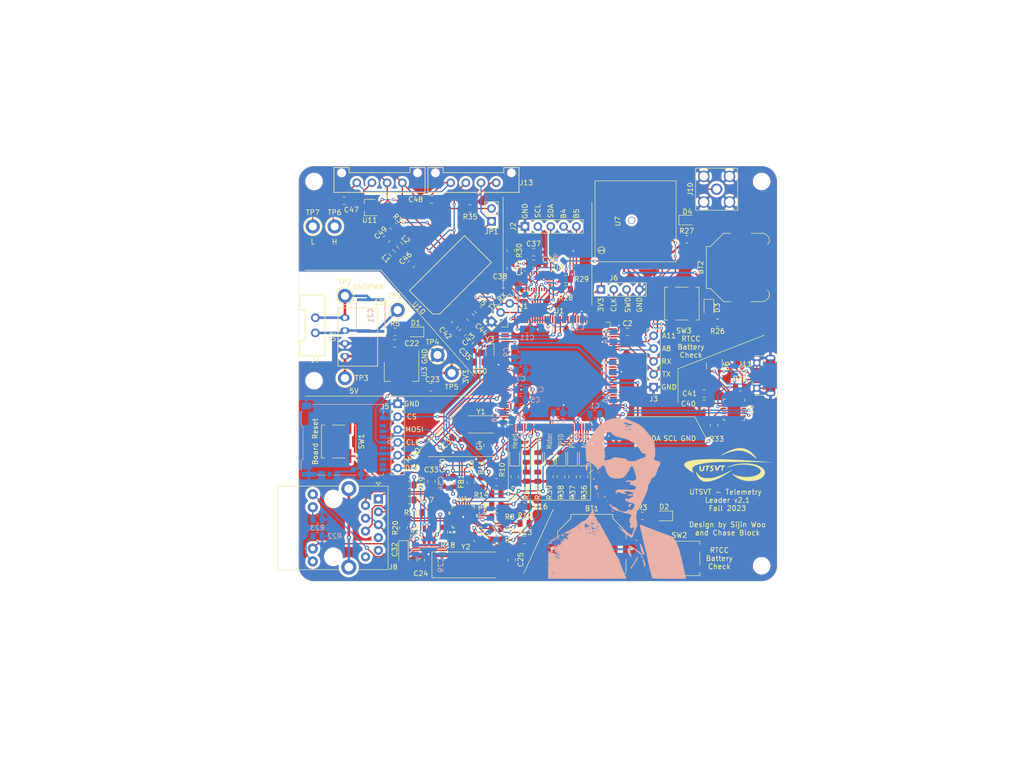
<source format=kicad_pcb>
(kicad_pcb (version 20221018) (generator pcbnew)
  (layers (0 "F.Cu" signal) (31 "B.Cu" signal) (34 "B.Paste" user) (35 "F.Paste" user) (36 "B.SilkS" user "B.Silkscreen") (37 "F.SilkS" user "F.Silkscreen") (38 "B.Mask" user) (39 "F.Mask" user) (44 "Edge.Cuts" user))
  (net 0 "")
  (net 1 "GND")
  (net 2 "+5V")
  (net 3 "GNDPWR")
  (net 4 "+12V")
  (net 5 "Net-(U1-VCAP_1)")
  (net 6 "Net-(U1-VCAP_2)")
  (net 7 "/GPS/GPS_VBAT")
  (net 8 "Net-(U1-PH0)")
  (net 9 "Net-(U1-PH1)")
  (net 10 "+3.3V")
  (net 11 "Net-(U4-XTAL2)")
  (net 12 "Net-(U4-XTAL1{slash}CLKIN)")
  (net 13 "Net-(U4-VDDCR)")
  (net 14 "Net-(C46-Pad2)")
  (net 15 "Net-(U4-VDD1A)")
  (net 16 "Net-(U8-CAP)")
  (net 17 "Net-(U10-V_ISO_Out)")
  (net 18 "+BATT")
  (net 19 "Net-(U1-PC14)")
  (net 20 "Net-(D1-A)")
  (net 21 "Net-(D2-K)")
  (net 22 "Net-(D2-A)")
  (net 23 "Net-(D3-K)")
  (net 24 "Net-(D3-A)")
  (net 25 "/PE13")
  (net 26 "Net-(D4-A)")
  (net 27 "/PE12")
  (net 28 "Net-(J11-VBUS)")
  (net 29 "/PE11")
  (net 30 "Net-(J11-D-)")
  (net 31 "/PE10")
  (net 32 "Net-(J11-D+)")
  (net 33 "/PE9")
  (net 34 "Net-(D6-K)")
  (net 35 "/PE8")
  (net 36 "Net-(D7-K)")
  (net 37 "/PE7")
  (net 38 "Net-(D8-K)")
  (net 39 "/CAN1_RX")
  (net 40 "/CAN1_TX")
  (net 41 "/PB5")
  (net 42 "/PB4")
  (net 43 "/I2C1_SDA")
  (net 44 "/I2C1_SCL")
  (net 45 "/PA11")
  (net 46 "/PA8")
  (net 47 "/USART1_RX")
  (net 48 "/USART1_TX")
  (net 49 "/PB12")
  (net 50 "/SD_DET")
  (net 51 "/SPI5_CS")
  (net 52 "/SPI5_MISO")
  (net 53 "/SPI5_MOSI")
  (net 54 "/SPI5_CLK")
  (net 55 "/SWDIO")
  (net 56 "/SWCLK")
  (net 57 "GND2")
  (net 58 "Net-(D9-K)")
  (net 59 "/Ethernet/LED2")
  (net 60 "Net-(D10-K)")
  (net 61 "/Ethernet/LED1")
  (net 62 "Net-(D11-K)")
  (net 63 "/CAN/CAN_H")
  (net 64 "/CAN/CAN_L")
  (net 65 "/RMII_RXD0")
  (net 66 "Net-(D12-K)")
  (net 67 "/RMII_RXD1")
  (net 70 "/RMII_CRS_DV")
  (net 72 "/RMII_MDIO")
  (net 73 "Net-(J8-LLED-)")
  (net 74 "/RMII_REF_CLK")
  (net 75 "Net-(J8-RLED-)")
  (net 79 "Net-(J10-In)")
  (net 81 "/CAN/RSlope")
  (net 82 "/NRST")
  (net 83 "/RMII_TXD0")
  (net 84 "/RMII_TX_EN")
  (net 85 "/USART3_RX")
  (net 86 "/USART3_TX")
  (net 87 "/RMII_TXD1")
  (net 88 "/RMII_MDC")
  (net 89 "Net-(JP1-B)")
  (net 90 "Net-(U4-RXD0{slash}MODE0)")
  (net 91 "/Ethernet/RX-")
  (net 92 "/Ethernet/RX+")
  (net 93 "/Ethernet/TX-")
  (net 94 "/Ethernet/TX+")
  (net 95 "Net-(U4-RXD1{slash}MODE1)")
  (net 96 "Net-(U4-RXER{slash}PHYAD0)")
  (net 97 "Net-(U4-CRS_DV{slash}MODE2)")
  (net 98 "Net-(U4-MDIO)")
  (net 99 "Net-(U4-nINT{slash}REFCLK0)")
  (net 100 "Net-(U4-RBIAS)")
  (net 101 "Net-(U8-COM3)")
  (net 102 "Net-(U8-~{BOOT_LOAD_PIN})")
  (net 103 "Net-(U9-VBUS)")
  (net 104 "Net-(U9-~{RST})")
  (net 111 "Net-(#FLG0105-pwr)")
  (net 112 "Net-(#FLG0106-pwr)")
  (net 113 "/PF0")
  (net 114 "/PF1")
  (net 115 "/PF2")
  (net 116 "/PF3")
  (net 117 "/PF4")
  (net 118 "/PF5")
  (net 137 "/PE14")
  (net 138 "/PE15")
  (net 168 "Net-(U1-PC15)")
  (footprint "Battery:BatteryHolder_Keystone_3000_1x12mm" (layer "F.Cu") (at 129.032 120.65)
    (fp_text reference "BT1")
    (fp_text value "CR1220")
  )
  (footprint "Battery:BatteryHolder_Keystone_3000_1x12mm" (layer "F.Cu") (at 158.496 64.997999 90)
    (fp_text reference "BT2")
    (fp_text value "CR1220")
  )
  (footprint "Capacitor_SMD:C_0805_2012Metric" (layer "F.Cu") (at 102.207087 97.944913 -135)
    (fp_text reference "C3")
    (fp_text value "18p")
  )
  (footprint "Capacitor_SMD:C_0805_2012Metric" (layer "F.Cu") (at 108.458 100.1545 90)
    (fp_text reference "C4")
    (fp_text value "18p")
  )
  (footprint "Capacitor_SMD:C_0805_2012Metric" (layer "F.Cu") (at 136.065501 77.724)
    (fp_text reference "C2")
    (fp_text value "0.1u")
  )
  (footprint "Capacitor_SMD:C_0805_2012Metric" (layer "F.Cu") (at 133.858 97.457501 -90)
    (fp_text reference "C17")
    (fp_text value "0.1u")
  )
  (footprint "Capacitor_SMD:C_0805_2012Metric" (layer "F.Cu") (at 90.0915 80.01)
    (fp_text reference "C22")
    (fp_text value "10u")
  )
  (footprint "Capacitor_SMD:C_0805_2012Metric" (layer "F.Cu") (at 97.2035 88.646)
    (fp_text reference "C23")
    (fp_text value "10u")
  )
  (footprint "Capacitor_SMD:C_0805_2012Metric" (layer "F.Cu") (at 95.25 122.8367 90)
    (fp_text reference "C24")
    (fp_text value "30p")
  )
  (footprint "Capacitor_SMD:C_0805_2012Metric" (layer "F.Cu") (at 113.1824 122.8367 90)
    (fp_text reference "C25")
    (fp_text value "30p")
  )
  (footprint "Capacitor_SMD:C_0805_2012Metric" (layer "F.Cu") (at 99.5426 107.2919 -90)
    (fp_text reference "C30")
    (fp_text value "0.1u")
  )
  (footprint "Capacitor_Tantalum_SMD:CP_EIA-3216-18_Kemet-A" (layer "F.Cu") (at 91.821 121.3104 -90)
    (fp_text reference "C32")
    (fp_text value "10u")
  )
  (footprint "Capacitor_SMD:C_0805_2012Metric" (layer "F.Cu") (at 97.3582 107.2919 -90)
    (fp_text reference "C33")
    (fp_text value "0.1u")
  )
  (footprint "Capacitor_SMD:C_0805_2012Metric" (layer "F.Cu") (at 106.028249 80.471751 45)
    (fp_text reference "C35")
    (fp_text value "9p")
  )
  (footprint "Capacitor_SMD:C_0805_2012Metric" (layer "F.Cu") (at 117.5235 64.262)
    (fp_text reference "C36")
    (fp_text value "6.8n")
  )
  (footprint "Capacitor_SMD:C_0805_2012Metric" (layer "F.Cu") (at 117.5235 61.976)
    (fp_text reference "C37")
    (fp_text value "120n")
  )
  (footprint "Capacitor_SMD:C_0805_2012Metric" (layer "F.Cu") (at 111.584499 68.326)
    (fp_text reference "C38")
    (fp_text value "0.1u")
  )
  (footprint "Capacitor_SMD:C_0805_2012Metric" (layer "F.Cu") (at 113.03 65.199501 -90)
    (fp_text reference "C39")
    (fp_text value "100n")
  )
  (footprint "Capacitor_SMD:C_0805_2012Metric" (layer "F.Cu") (at 151.2085 91.948 180)
    (fp_text reference "C40")
    (fp_text value "4.7u")
  )
  (footprint "Capacitor_SMD:C_0805_2012Metric" (layer "F.Cu") (at 151.2085 89.916 180)
    (fp_text reference "C41")
    (fp_text value "0.1u")
  )
  (footprint "LED_SMD:LED_0805_2012Metric" (layer "F.Cu") (at 94.155501 77.724 180)
    (fp_text reference "D1")
    (fp_text value "PowerOn")
  )
  (footprint "LED_SMD:LED_0805_2012Metric" (layer "F.Cu") (at 152.146 72.9765 -90)
    (fp_text reference "D3")
    (fp_text value "GPS_BattCheck")
  )
  (footprint "LED_SMD:LED_0805_2012Metric" (layer "F.Cu") (at 147.9065 55.626)
    (fp_text reference "D4")
    (fp_text value "GPS_FIX")
  )
  (footprint "LED_SMD:LED_0805_2012Metric" (layer "F.Cu") (at 127.508 102.537501 90)
    (fp_text reference "D6")
    (fp_text value "RTDArray")
  )
  (footprint "LED_SMD:LED_0805_2012Metric" (layer "F.Cu") (at 125.222 102.5375 90)
    (fp_text reference "D7")
    (fp_text value "MPPT1")
  )
  (footprint "LED_SMD:LED_0805_2012Metric" (layer "F.Cu") (at 122.936 102.5375 90)
    (fp_text reference "D8")
    (fp_text value "MPPT0")
  )
  (footprint "LED_SMD:LED_0805_2012Metric" (layer "F.Cu") (at 120.65 102.5375 90)
    (fp_text reference "D9")
    (fp_text value "Motor")
  )
  (footprint "LED_SMD:LED_0805_2012Metric" (layer "F.Cu") (at 118.364 102.5375 90)
    (fp_text reference "D10")
    (fp_text value "Dashboard")
  )
  (footprint "LED_SMD:LED_0805_2012Metric" (layer "F.Cu") (at 116.078 102.5375 90)
    (fp_text reference "D11")
    (fp_text value "BPS")
  )
  (footprint "LED_SMD:LED_0805_2012Metric" (layer "F.Cu") (at 113.792 102.537501 90)
    (fp_text reference "D12")
    (fp_text value "Heartbeat")
  )
  (footprint "Inductor_SMD:L_0805_2012Metric" (layer "F.Cu") (at 101.5492 107.2919 -90)
    (fp_text reference "FB1")
    (fp_text value "600")
  )
  (footprint "MountingHole:MountingHole_3mm" (layer "F.Cu") (at 74.168 48.006 180)
    (fp_text reference "H1" hide)
    (fp_text value "M.3")
  )
  (footprint "MountingHole:MountingHole_3mm" (layer "F.Cu") (at 74.168 87.376 -135)
    (fp_text reference "H2" hide)
    (fp_text value "M.3")
  )
  (footprint "MountingHole:MountingHole_3mm" (layer "F.Cu") (at 162.56 48.006)
    (fp_text reference "H3" hide)
    (fp_text value "M.3")
  )
  (footprint "MountingHole:MountingHole_3mm" (layer "F.Cu") (at 162.56 123.952)
    (fp_text reference "H4" hide)
    (fp_text value "M.3")
  )
  (footprint "Connector_PinHeader_2.54mm:PinHeader_1x05_P2.54mm_Vertical" (layer "F.Cu") (at 115.824 56.896 90)
    (fp_text reference "J2")
    (fp_text value "IMU_LogicAnalyzer")
  )
  (footprint "Connector_PinHeader_2.54mm:PinHeader_1x05_P2.54mm_Vertical" (layer "F.Cu") (at 141.224 88.646 180)
    (fp_text reference "J3")
    (fp_text value "GPS_LogicAnalyzer")
  )
  (footprint "Connector_PinHeader_2.54mm:PinHeader_1x04_P2.54mm_Vertical" (layer "F.Cu") (at 130.81 69.342 90)
    (fp_text reference "J6")
    (fp_text value "SWD")
  )
  (footprint "UTSVT_Connectors:Molex_MicroFit3.0_1x2xP3.00mm_PolarizingPeg_Vertical" (layer "F.Cu") (at 74.422 77.93 90)
    (fp_text reference "J7")
    (fp_text value "PowerConn")
  )
  (footprint "Connector_RJ:RJ45_Abracon_ARJP11A-MA_Horizontal" (layer "F.Cu") (at 86.866 110.752 -90)
    (fp_text reference "J8")
    (fp_text value "RJ45_Abracon_ARJP11A-MASA-B-A-EMU2")
  )
  (footprint "Connector_USB:USB_Micro-B_Molex-105017-0001" (layer "F.Cu") (at 163.068 86.36 90)
    (fp_text reference "J11")
    (fp_text value "USB_B_Micro")
  )
  (footprint "UTSVT_Connectors:Molex_MicroFit3.0_1x4xP3.00mm_PolarizingPeg_Vertical" (layer "F.Cu") (at 101.14 48.26)
    (fp_text reference "J13")
    (fp_text value "CAN_Out")
  )
  (footprint "Connector_PinHeader_2.54mm:PinHeader_1x02_P2.54mm_Vertical" (layer "F.Cu") (at 109.22 55.88 180)
    (fp_text reference "JP1")
    (fp_text value "Termination RES")
  )
  (footprint "UTSVT_Special:UTSVT_Logo_Symbol" (layer "F.Cu") (at 155.702 104.14)
    (fp_text reference "LOGO2" hide)
    (fp_text value "UTSVT Logo" hide)
  )
  (footprint "Resistor_SMD:R_0805_2012Metric" (layer "F.Cu") (at 139 114.1)
    (fp_text reference "R3")
    (fp_text value "550")
  )
  (footprint "Resistor_SMD:R_0805_2012Metric" (layer "F.Cu") (at 90.17 77.724)
    (fp_text reference "R5")
    (fp_text value "1.5k")
  )
  (footprint "Resistor_SMD:R_0805_2012Metric" (layer "F.Cu") (at 110.157501 118.872)
    (fp_text reference "R7")
    (fp_text value "33")
  )
  (footprint "Resistor_SMD:R_0805_2012Metric" (layer "F.Cu") (at 110.157501 114.3)
    (fp_text reference "R8")
    (fp_text value "10k")
  )
  (footprint "Resistor_SMD:R_0805_2012Metric" (layer "F.Cu") (at 110.157501 112.014)
    (fp_text reference "R9")
    (fp_text value "33")
  )
  (footprint "Resistor_SMD:R_0805_2012Metric" (layer "F.Cu") (at 110.157501 109.728)
    (fp_text reference "R14")
    (fp_text value "1.5k")
  )
  (footprint "Resistor_SMD:R_0805_2012Metric" (layer "F.Cu") (at 105.156 107.495099 90)
    (fp_text reference "R15")
    (fp_text value "10k")
  )
  (footprint "Resistor_SMD:R_0805_2012Metric" (layer "F.Cu") (at 115.745501 112.268 180)
    (fp_text reference "R16")
    (fp_text value "10k")
  )
  (footprint "Resistor_SMD:R_0805_2012Metric" (layer "F.Cu") (at 92.987101 107.9754 180)
    (fp_text reference "R19")
    (fp_text value "50")
  )
  (footprint "Resistor_SMD:R_0805_2012Metric" (layer "F.Cu") (at 91.821 116.431301 90)
    (fp_text reference "R20")
    (fp_text value "50")
  )
  (footprint "Resistor_SMD:R_0805_2012Metric" (layer "F.Cu") (at 96.416101 113.411 180)
    (fp_text reference "R21")
    (fp_text value "50")
  )
  (footprint "Resistor_SMD:R_0805_2012Metric" (layer "F.Cu") (at 153.845501 75.946 180)
    (fp_text reference "R26")
    (fp_text value "550")
  )
  (footprint "Resistor_SMD:R_0805_2012Metric" (layer "F.Cu") (at 123.873501 67.31 180)
    (fp_text reference "R29")
    (fp_text value "10k")
  )
  (footprint "Resistor_SMD:R_0805_2012Metric" (layer "F.Cu") (at 113.03 61.643501 -90)
    (fp_text reference "R30")
    (fp_text value "10k")
  )
  (footprint "Resistor_SMD:R_0805_2012Metric" (layer "F.Cu") (at 158.3205 88.646)
    (fp_text reference "R31")
    (fp_text value "22.1k")
  )
  (footprint "Resistor_SMD:R_0805_2012Metric" (layer "F.Cu") (at 153.162 96.1875 90)
    (fp_text reference "R33")
    (fp_text value "1k")
  )
  (footprint "Resistor_SMD:R_0805_2012Metric" (layer "F.Cu") (at 127.508 106.347501 -90)
    (fp_text reference "R36")
    (fp_text value "750")
  )
  (footprint "Resistor_SMD:R_0805_2012Metric" (layer "F.Cu") (at 125.222 106.347501 -90)
    (fp_text reference "R37")
    (fp_text value "750")
  )
  (footprint "Resistor_SMD:R_0805_2012Metric" (layer "F.Cu") (at 122.936 106.347501 -90)
    (fp_text reference "R38")
    (fp_text value "750")
  )
  (footprint "Resistor_SMD:R_0805_2012Metric" (layer "F.Cu") (at 120.65 106.347501 -90)
    (fp_text reference "R39")
    (fp_text value "750")
  )
  (footprint "Resistor_SMD:R_0805_2012Metric" (layer "F.Cu") (at 118.364 106.347501 -90)
    (fp_text reference "R40")
    (fp_text value "750")
  )
  (footprint "Resistor_SMD:R_0805_2012Metric" (layer "F.Cu") (at 116.078 106.347501 -90)
    (fp_text reference "R41")
    (fp_text value "750")
  )
  (footprint "Resistor_SMD:R_0805_2012Metric" (layer "F.Cu") (at 113.792 106.3475 -90)
    (fp_text reference "R42")
    (fp_text value "680")
  )
  (footprint "Button_Switch_SMD:SW_SPST_B3SL-1002P" (layer "F.Cu") (at 79.026 99.395 -90)
    (fp_text reference "SW1")
    (fp_text value "Reset")
  )
  (footprint "Button_Switch_SMD:SW_SPST_B3SL-1002P" (layer "F.Cu") (at 147.1 122.5)
    (fp_text reference "SW2")
    (fp_text value "RTCC_BattCheck")
  )
  (footprint "TestPoint:TestPoint_Keystone_5005-5009_Compact" (layer "F.Cu") (at 90.678 73.406)
    (fp_text reference "TP1")
    (fp_text value "+12V_TP")
  )
  (footprint "TestPoint:TestPoint_Keystone_5005-5009_Compact" (layer "F.Cu") (at 80.264 70.612)
    (fp_text reference "TP2")
    (fp_text value "GNDPWR_TP")
  )
  (footprint "TestPoint:TestPoint_Keystone_5005-5009_Compact" (layer "F.Cu") (at 80.264 86.868 90)
    (fp_text reference "TP3")
    (fp_text value "+5V_TP")
  )
  (footprint "TestPoint:TestPoint_Keystone_5005-5009_Compact" (layer "F.Cu") (at 98.552 82.296)
    (fp_text reference "TP4")
    (fp_text value "GND_TP")
  )
  (footprint "TestPoint:TestPoint_Keystone_5005-5009_Compact" (layer "F.Cu") (at 101.346 85.852 180)
    (fp_text reference "TP5")
    (fp_text value "+3.3V_TP")
  )
  (footprint "Package_QFP:LQFP-144_20x20mm_P0.5mm" (layer "F.Cu") (at 122.555 85.9282)
    (fp_text reference "U1")
    (fp_text value "STM32F429ZITx")
  )
  (footprint "UTSVT_ICs:RI3_DC_Converter" (layer "F.Cu") (at 80.264 78.74 -90)
    (fp_text reference "U2")
    (fp_text value "RI3-1205S")
  )
  (footprint "Package_TO_SOT_SMD:SOT-223-3_TabPin2" (layer "F.Cu") (at 91.44 85.598 -90)
    (fp_text reference "U3")
    (fp_text value "NCP1117-3.3_SOT223")
  )
  (footprint "Package_TO_SOT_SMD:SOT-23-6" (layer "F.Cu") (at 96.8858 117.7876 -90)
    (fp_text reference "U5")
    (fp_text value "USBLC6-4SC6")
  )
  (footprint "UTSVT_Special:FGPMMOPA6H" (layer "F.Cu") (at 137.668 55.88 90)
    (fp_text reference "U7")
    (fp_text value "MTK3339")
  )
  (footprint "Package_LGA:LGA-28_5.2x3.8mm_P0.5mm" (layer "F.Cu") (at 118.376 67.6795)
    (fp_text reference "U8")
    (fp_text value "BNO055")
  )
  (footprint "Package_DFN_QFN:QFN-24-1EP_4x4mm_P0.5mm_EP2.6x2.6mm" (layer "F.Cu") (at 157.114 93.106 -90)
    (fp_text reference "U9")
    (fp_text value "CP2102N-A01-GQFN24")
  )
  (footprint "Crystal:Crystal_SMD_TXC_7A-2Pin_5x3.2mm" (layer "F.Cu") (at 107.116 96.012)
    (fp_text reference "Y1")
    (fp_text value "8M")
  )
  (footprint "Crystal:Crystal_SMD_HC49-SD" (layer "F.Cu") (at 104.14 123.7742)
    (fp_text reference "Y2")
    (fp_text value "25M")
  )
  (footprint "Crystal:Crystal_SMD_2012-2Pin_2.0x1.2mm" (layer "F.Cu") (at 108.9 81.3 -90)
    (fp_text reference "Y3")
    (fp_text value "32.768k")
  )
  (footprint "TestPoint:TestPoint_Keystone_5005-5009_Compact" (layer "F.Cu") (at 78.232 56.896)
    (fp_text reference "TP6")
    (fp_text value "CAN_H")
  )
  (footprint "Resistor_SMD:R_0805_2012Metric" (layer "F.Cu") (at 104.980499 53.34 180)
    (fp_text reference "R35")
    (fp_text value "120")
  )
  (footprint "Inductor_SMD:L_0805_2012Metric" (layer "F.Cu") (at 91.086913 60.606913 -45)
    (fp_text reference "L2")
    (fp_text value "2k")
  )
  (footprint "Capacitor_SMD:C_0805_2012Metric" (layer "F.Cu") (at 105.056913 74.830913 -45)
    (fp_text reference "C44")
    (fp_text value "0.1u")
  )
  (footprint "Package_TO_SOT_SMD:SOT-23W" (layer "F.Cu") (at 85.16 53.152 180)
    (fp_text reference "U11")
    (fp_text value "CDSOT23-T24CAN")
  )
  (footprint "Capacitor_SMD:C_0805_2012Metric" (layer "F.Cu") (at 88.491087 59.336913 45)
    (fp_text reference "C49")
    (fp_text value "0.01u")
  )
  (footprint "Capacitor_SMD:C_0805_2012Metric" (layer "F.Cu") (at 93.372913 64.361087 45)
    (fp_text reference "C46")
    (fp_text value "0.22u")
  )
  (footprint "Capacitor_SMD:C_0805_2012Metric" (layer "F.Cu") (at 97.3605 51.562)
    (fp_text reference "C48")
    (fp_text value "0.1u")
  )
  (footprint "Capacitor_SMD:C_0805_2012Metric" (layer "F.Cu") (at 80.0885 51.816)
    (fp_text reference "C47")
    (fp_text value "10u")
  )
  (footprint "Inductor_SMD:L_0805_2012Metric" (layer "F.Cu") (at 89.562913 62.130913 -45)
    (fp_text reference "L1")
    (fp_text value "2k")
  )
  (footprint "Capacitor_SMD:C_0805_2012Metric" (layer "F.Cu") (at 106.580913 73.306913 -45)
    (fp_text reference "C45")
    (fp_text value "0.01u")
  )
  (footprint "Resistor_SMD:R_0805_2012Metric" (layer "F.Cu") (at 89.816913 56.796913 -45)
    (fp_text reference "R34")
    (fp_text value "0")
  )
  (footprint "Capacitor_SMD:C_0805_2012Metric" (layer "F.Cu") (at 103.477087 77.878913 -135)
    (fp_text reference "C43")
    (fp_text value "0.1u")
  )
  (footprint "Capacitor_SMD:C_0805_2012Metric" (layer "F.Cu") (at 101.953087 76.354913 -135)
    (fp_text reference "C42")
    (fp_text value "10u")
  )
  (footprint "Resistor_SMD:R_0805_2012Metric" (layer "F.Cu") (at 123.873501 69.342 180)
    (fp_text reference "R28")
    (fp_text value "10k")
  )
  (footprint "UTSVT_ICs:SOIC-20W_7.5x15.4mm_Pitch1.27mm" (layer "F.Cu") (at 101.092 66.802 135)
    (fp_text reference "U10")
    (fp_text value "ADM3055E")
  )
  (footprint "Connector_PinHeader_2.54mm:PinHeader_1x03_P2.54mm_Vertical" (layer "F.Cu") (at 109.22 75.692 135)
    (fp_text reference "J1")
    (fp_text value "CAN_LogicAnalyzer")
  )
  (footprint "TestPoint:TestPoint_Keystone_5005-5009_Compact" (layer "F.Cu") (at 73.914 56.896)
    (fp_text reference "TP7")
    (fp_text value "CAN_L")
  )
  (footprint "Resistor_SMD:R_0805_2012Metric" (layer "F.Cu") (at 110.157501 116.586)
    (fp_text reference "R6")
    (fp_text value "33")
  )
  (footprint "Resistor_SMD:R_0805_2012Metric" (layer "F.Cu") (at 107.188 107.495099 90)
    (fp_text reference "R11")
    (fp_text value "33")
  )
  (footprint "Resistor_SMD:R_0805_2012Metric" (layer "F.Cu") (at 110.157501 107.442)
    (fp_text reference "R10")
    (fp_text value "33")
  )
  (footprint "Resistor_SMD:R_0805_2012Metric" (layer "F.Cu") (at 115.745501 115.57 180)
    (fp_text reference "R12")
    (fp_text value "10k")
  )
  (footprint "Resistor_SMD:R_0805_2012Metric" (layer "F.Cu") (at 115.745501 118.872 180)
    (fp_text reference "R13")
    (fp_text value "10k")
  )
  (footprint "Resistor_SMD:R_0805_2012Metric" (layer "F.Cu") (at 92.987101 110.9472 180)
    (fp_text reference "R17")
    (fp_text value "50")
  )
  (footprint "LED_SMD:LED_0805_2012Metric" (layer "F.Cu") (at 143.3 114.1 180)
    (fp_text reference "D2")
    (fp_text value "RTCC_BattCheck")
  )
  (footprint "Button_Switch_SMD:SW_SPST_B3SL-1002P" (layer "F.Cu") (at 146.812 72.136 -90)
    (fp_text reference "SW3")
    (fp_text value "GPS_BattCheck")
  )
  (footprint "Resistor_SMD:R_0805_2012Metric" (layer "F.Cu") (at 147.7495 59.436)
    (fp_text reference "R27")
    (fp_text value "750")
  )
  (footprint "Connector_PinHeader_2.54mm:PinHeader_1x06_P2.54mm_Vertical" (layer "F.Cu") (at 90.678 91.948)
    (fp_text reference "J5")
    (fp_text value "SDCard_LogicAnalyzer")
  )
  (footprint "Package_TO_SOT_SMD:SOT-143" (layer "F.Cu") (at 153.228 84.498 -90)
    (fp_text reference "D5")
    (fp_text value "SP0503BAHTG")
  )
  (footprint "Connector_Coaxial:SMA_Amphenol_132203-12_Horizontal" (layer "F.Cu") (at 153.67 49.53)
    (fp_text reference "J10")
    (fp_text value "SMAConn")
  )
  (footprint "Resistor_SMD:R_0805_2012Metric" (layer "F.Cu") (at 99.822 117.269501 90)
    (fp_text reference "R18")
    (fp_text value "12.1k")
  )
  (footprint "UTSVT_ICs:LAN8742AI-CZ-TR" (layer "F.Cu") (at 103.632 114.3 90)
    (fp_text reference "U4")
    (fp_text value "LAN8742A-CZ-TR")
  )
  (footprint "Capacitor_SMD:C_0805_2012Metric" (layer "F.Cu") (at 106.326913 118.518913 135)
    (fp_text reference "C27")
    (fp_text value "1u")
  )
  (footprint "UTSVT_Connectors:Molex_MicroFit3.0_1x4xP3.00mm_PolarizingPeg_Vertical" (layer "F.Cu") (at 82.598 48.26)
    (fp_text reference "J12")
    (fp_text value "CAN_In")
  )
  (footprint "Capacitor_SMD:C_0805_2012Metric" (layer "F.Cu") (at 106.8 83.7)
    (fp_text reference "C50")
    (fp_text value "9p")
  )
  (footprint "Capacitor_SMD:C_0805_2012Metric" (layer "B.Cu") (at 129.618499 93.98 180)
    (fp_text reference "C1")
    (fp_text value "0.1u")
  )
  (footprint "Capacitor_SMD:C_0805_2012Metric" (layer "B.Cu") (at 114.9835 91.186)
    (fp_text reference "C5")
    (fp_text value "0.1u")
  )
  (footprint "Capacitor_SMD:C_0805_2012Metric" (layer "B.Cu") (at 114.9835 93.218)
    (fp_text reference "C6")
    (fp_text value "0.1u")
  )
  (footprint "Capacitor_SMD:C_0805_2012Metric" (layer "B.Cu") (at 114.9835 85.344)
    (fp_text reference "C7")
    (fp_text value "0.1u")
  )
  (footprint "Capacitor_SMD:C_0805_2012Metric" (layer "B.Cu") (at 111.506 94.663501 -90)
    (fp_text reference "C8")
    (fp_text value "1u")
  )
  (footprint "Capacitor_SMD:C_0805_2012Metric" (layer "B.Cu") (at 113.792 81.709501 -90)
    (fp_text reference "C9")
    (fp_text value "0.1u")
  )
  (footprint "Capacitor_SMD:C_0805_2012Metric" (layer "B.Cu") (at 114.983501 89.154)
    (fp_text reference "C10")
    (fp_text value "0.1u")
  )
  (footprint "Capacitor_SMD:C_0805_2012Metric" (layer "B.Cu") (at 116.2535 77.216)
    (fp_text reference "C11")
    (fp_text value "0.1u")
  )
  (footprint "Capacitor_SMD:C_0805_2012Metric" (layer "B.Cu") (at 121.3335 75.438)
    (fp_text reference "C12")
    (fp_text value "0.1u")
  )
  (footprint "Capacitor_SMD:C_0805_2012Metric" (layer "B.Cu") (at 126.1595 75.184)
    (fp_text reference "C13")
    (fp_text value "0.1u")
  )
  (footprint "Capacitor_SMD:C_0805_2012Metric" (layer "B.Cu") (at 133.35 78.661501 -90)
    (fp_text reference "C14")
    (fp_text value "0.1u")
  )
  (footprint "Capacitor_SMD:C_0805_2012Metric" (layer "B.Cu") (at 133.096 84.757501 -90)
    (fp_text reference "C15")
    (fp_text value "0.1u")
  )
  (footprint "Capacitor_SMD:C_0805_2012Metric" (layer "B.Cu") (at 133.35 90.345501 -90)
    (fp_text reference "C16")
    (fp_text value "0.1u")
  )
  (footprint "Capacitor_SMD:C_0805_2012Metric" (layer "B.Cu") (at 127.1755 96.52)
    (fp_text reference "C18")
    (fp_text value "0.1u")
  )
  (footprint "Capacitor_SMD:C_0805_2012Metric" (layer "B.Cu") (at 122.3495 93.726)
    (fp_text reference "C19")
    (fp_text value "0.1u")
  )
  (footprint "Capacitor_SMD:C_0805_2012Metric" (layer "B.Cu") (at 115.7455 96.52)
    (fp_text reference "C20")
    (fp_text value "4.7u")
  )
  (footprint "UTSVT_Passive:C_2220_5750Metric" (layer "B.Cu") (at 85.344 74.4982 90)
    (fp_text reference "C21")
    (fp_text value "10u" hide)
  )
  (footprint "Capacitor_SMD:C_0805_2012Metric" (layer "B.Cu") (at 109.374913 118.010913 135)
    (fp_text reference "C26")
    (fp_text value "470p")
  )
  (footprint "Capacitor_SMD:C_0805_2012Metric" (layer "B.Cu") (at 108.966 113.616499 -90)
    (fp_text reference "C28")
    (fp_text value "0.1u")
  )
  (footprint "Capacitor_SMD:C_0805_2012Metric" (layer "B.Cu") (at 99.441 120.698501 90)
    (fp_text reference "C29")
    (fp_text value "0.1u")
  )
  (footprint "Capacitor_SMD:C_0805_2012Metric" (layer "B.Cu") (at 94.2086 120.723901 90)
    (fp_text reference "C31")
    (fp_text value "0.1u")
  )
  (footprint "Capacitor_SMD:C_0805_2012Metric" (layer "B.Cu") (at 100.8634 107.672899 -90)
    (fp_text reference "C34")
    (fp_text value "0.1u")
  )
  (footprint "UTSVT_Special:Hallock_Image" (layer "B.Cu") (at 135.128 110.236 180)
    (fp_text reference "LOGO1" hide)
    (fp_text value "Dr. Hallock" hide)
  )
  (footprint "Resistor_SMD:R_0805_2012Metric" (layer "B.Cu") (at 122.836913 64.361087 -135)
    (fp_text reference "R1")
    (fp_text value "4.7k")
  )
  (footprint "Resistor_SMD:R_0805_2012Metric" (layer "B.Cu") (at 115.161087 69.695087 -45)
    (fp_text reference "R2")
    (fp_text value "4.7k")
  )
  (footprint "Resistor_SMD:R_0805_2012Metric" (layer "B.Cu") (at 74.8515 118.11)
    (fp_text reference "R22")
    (fp_text value "120")
  )
  (footprint "Resistor_SMD:R_0805_2012Metric" (layer "B.Cu") (at 74.851501 114.808)
    (fp_text reference "R23")
    (fp_text value "120")
  )
  (footprint "Resistor_SMD:R_0805_2012Metric" (layer "B.Cu") (at 157.226 85.422499 90)
    (fp_text reference "R32")
    (fp_text value "47.5k")
  )
  (footprint "Connector_Card:microSD_HC_Hirose_DM3AT-SF-PEJM5" (layer "B.Cu") (at 80.01 99.06 90)
    (fp_text reference "J9")
    (fp_text value "Micro_SD_Card_Det")
  )
  (gr_line (start 93.98 102.108) (end 103.378 92.71) (stroke (width 0.12)) (layer "F.SilkS"))
  (gr_line (start 128.778 98.552) (end 128.778 110.998) (stroke (width 0.12)) (layer "F.SilkS"))
  (gr_line (start 146.05 85) (end 146.05 91.694) (stroke (width 0.12)) (layer "F.SilkS"))
  (gr_line (start 96.774 102.362) (end 110.236 102.362) (stroke (width 0.12)) (layer "F.SilkS"))
  (gr_line (start 87.376 65.532) (end 72.39 65.532) (stroke (width 0.12)) (layer "F.SilkS"))
  (gr_line (start 146.05 85) (end 163.068 78.396) (stroke (width 0.12)) (layer "F.SilkS"))
  (gr_line (start 129.032 72.39) (end 129.032 52.07) (stroke (width 0.12)) (layer "F.SilkS"))
  (gr_line (start 136.144 94.488) (end 149.352 94.488) (stroke (width 0.12)) (layer "F.SilkS"))
  (gr_line (start 87.376 65.532) (end 105.918 86.614) (stroke (width 0.12)) (layer "F.SilkS"))
  (gr_line (start 128.778 110.998) (end 112.522 110.998) (stroke (width 0.12)) (layer "F.SilkS"))
  (gr_line (start 111.506 69.342) (end 111.506 51.054) (stroke (width 0.12)) (layer "F.SilkS"))
  (gr_line (start 105.918 90.424) (end 72.39 90.424) (stroke (width 0.12)) (layer "F.SilkS"))
  (gr_line (start 112.522 98.552) (end 112.522 110.998) (stroke (width 0.12)) (layer "F.SilkS"))
  (gr_line (start 149.352 94.488) (end 152.146 99.822) (stroke (width 0.12)) (layer "F.SilkS"))
  (gr_line (start 121.412 112.776) (end 115.57 125.476) (stroke (width 0.12)) (layer "F.SilkS"))
  (gr_line (start 162.56 44.958) (end 74.168 44.958) (stroke (width 0.05)) (layer "Edge.Cuts"))
  (gr_arc (start 74.168 127) (mid 72.012739 126.107261) (end 71.12 123.952) (stroke (width 0.05)) (layer "Edge.Cuts"))
  (gr_line (start 71.12 48.006) (end 71.12 123.952) (stroke (width 0.05)) (layer "Edge.Cuts"))
  (gr_arc (start 165.608 123.952) (mid 164.715261 126.107261) (end 162.56 127) (stroke (width 0.05)) (layer "Edge.Cuts"))
  (gr_arc (start 71.12 48.006) (mid 72.012739 45.850739) (end 74.168 44.958) (stroke (width 0.05)) (layer "Edge.Cuts"))
  (gr_line (start 74.168 127) (end 162.56 127) (stroke (width 0.05)) (layer "Edge.Cuts"))
  (gr_line (start 165.608 123.952) (end 165.608 48.006) (stroke (width 0.05)) (layer "Edge.Cuts"))
  (gr_arc (start 162.56 44.958) (mid 164.715261 45.850739) (end 165.608 48.006) (stroke (width 0.05)) (layer "Edge.Cuts"))
  (gr_text "Array" (at 127.508 99.314 90) (layer "F.SilkS") (effects (font (size 1.016 0.762) (thickness 0.1016))))
  (gr_text "RX" (at 111.252 70.866 45) (layer "F.SilkS") (effects (font (size 1 1))))
  (gr_text "TX" (at 109.474 72.644 45) (layer "F.SilkS") (effects (font (size 1 1))))
  (gr_text "H" (at 78.232 59.944) (layer "F.SilkS") (effects (font (size 1 1))))
  (gr_text "RTCC\nBattery\nCheck" (at 148.6 80.7) (layer "F.SilkS") (effects (font (size 1 1))))
  (gr_text "Motor" (at 120.65 99.314 90) (layer "F.SilkS") (effects (font (size 1.016 0.762) (thickness 0.1016))))
  (gr_text "GND" (at 138.43 72.39 90) (layer "F.SilkS") (effects (font (size 1 1))))
  (gr_text "UTSVT - Telemetry \nLeader v2.1\nFall 2023\n\nDesign by Sijin Woo\nand Chase Block" (at 155.8 113.4) (layer "F.SilkS") (effects (font (size 1 1))))
  (gr_text "DET" (at 93.472 104.648) (layer "F.SilkS") (effects (font (size 1 1))))
  (gr_text "SCL" (at 118.364 53.848 90) (layer "F.SilkS") (effects (font (size 1 1))))
  (gr_text "CS" (at 93.472 94.488) (layer "F.SilkS") (effects (font (size 1 1))))
  (gr_text "A11" (at 144.272 78.486) (layer "F.SilkS") (effects (font (size 1 1))))
  (gr_text "GND" (at 115.824 53.848 90) (layer "F.SilkS") (effects (font (size 1 1))))
  (gr_text "L" (at 73.914 59.944) (layer "F.SilkS") (effects (font (size 1 1))))
  (gr_text "GNDPWR" (at 84.836 68.834) (layer "F.SilkS") (effects (font (size 1 1))))
  (gr_text "5V" (at 82.042 89.408) (layer "F.SilkS") (effects (font (size 1 1))))
  (gr_text "Board Reset" (at 74.4 99.4 90) (layer "F.SilkS") (effects (font (size 1 1))))
  (gr_text "B4" (at 123.444 54.356 90) (layer "F.SilkS") (effects (font (size 1 1))))
  (gr_text "Dash" (at 118.364 99.568 90) (layer "F.SilkS") (effects (font (size 1.016 0.762) (thickness 0.1016))))
  (gr_text "B5" (at 125.984 54.356 90) (layer "F.SilkS") (effects (font (size 1 1))))
  (gr_text "3V3" (at 130.81 72.39 90) (layer "F.SilkS") (effects (font (size 1 1))))
  (gr_text "CLK" (at 133.35 72.39 90) (layer "F.SilkS") (effects (font (size 1 1))))
  (gr_text "Heart" (at 113.792 99.314 90) (layer "F.SilkS") (effects (font (size 1.016 0.762) (thickness 0.1016))))
  (gr_text "RX" (at 143.764 83.566) (layer "F.SilkS") (effects (font (size 1 1))))
  (gr_text "B12" (at 137.922 98.806) (layer "F.SilkS") (effects (font (size 1 1))))
  (gr_text "TX" (at 143.764 86.106) (layer "F.SilkS") (effects (font (size 1 1))))
  (gr_text "GND" (at 96.012 82.55 90) (layer "F.SilkS") (effects (font (size 1 1))))
  (gr_text "MOSI" (at 93.98 97.028) (layer "F.SilkS") (effects (font (size 1 1))))
  (gr_text "GND" (at 93.472 91.948) (layer "F.SilkS") (effects (font (size 1 1))))
  (gr_text "GND" (at 148.082 98.806) (layer "F.SilkS") (effects (font (size 1 1))))
  (gr_text "BPS" (at 116.078 99.822 90) (layer "F.SilkS") (effects (font (size 1.016 0.762) (thickness 0.1016))))
  (gr_text "12V" (at 87.376 71.882) (layer "F.SilkS") (effects (font (size 1 1))))
  (gr_text "SDA" (at 141.224 98.806) (layer "F.SilkS") (effects (font (size 1 1))))
  (gr_text "SDA" (at 120.904 53.848 90) (layer "F.SilkS") (effects (font (size 1 1))))
  (gr_text "RTCC\nBattery\nCheck" (at 154.2 122.5) (layer "F.SilkS") (effects (font (size 1 1))))
  (gr_text "CLK" (at 93.726 99.568) (layer "F.SilkS") (effects (font (size 1 1))))
  (gr_text "SWD" (at 136.144 72.39 90) (layer "F.SilkS") (effects (font (size 1 1))))
  (gr_text "PPT0" (at 122.936 99.314 90) (layer "F.SilkS") (effects (font (size 1.016 0.762) (thickness 0.1016))))
  (gr_text "3V3" (at 104.14 86.614 90) (layer "F.SilkS") (effects (font (size 1 1))))
  (gr_text "MISO" (at 93.726 102.108 45) (layer "F.SilkS") (effects (font (size 1 1))))
  (gr_text "PPT1" (at 125.222 99.314 90) (layer "F.SilkS") (effects (font (size 1.016 0.762) (thickness 0.1016))))
  (gr_text "GND" (at 144.272 88.646) (layer "F.SilkS") (effects (font (size 1 1))))
  (gr_text "A8" (at 143.764 81.026) (layer "F.SilkS") (effects (font (size 1 1))))
  (gr_text "SCL" (at 144.526 98.806) (layer "F.SilkS") (effects (font (size 1 1))))
  (segment (start 121.350672 73.914) (end 120.82799 74.436682) (width 0.254) (layer "F.Cu") (net 1))
  (segment (start 132.411472 89.6782) (end 131.826 90.263672) (width 0.254) (layer "F.Cu") (net 1))
  (segment (start 99.6396 106.3544) (end 100.584 105.41) (width 0.254) (layer "F.Cu") (net 1))
  (segment (start 100.232998 118.207002) (end 101.092 117.348) (width 0.254) (layer "F.Cu") (net 1))
  (segment (start 118.126 64.597) (end 118.461 64.262) (width 0.254) (layer "F.Cu") (net 1))
  (segment (start 133.2175 84.1782) (end 134.023528 84.1782) (width 0.254) (layer "F.Cu") (net 1))
  (segment (start 164.3055 83.46) (end 164.3055 85.36) (width 0.254) (layer "F.Cu") (net 1))
  (segment (start 164.3055 83.46) (end 164.3055 82.86) (width 0.254) (layer "F.Cu") (net 1))
  (segment (start 141.418 66.354) (end 141.418 63.88) (width 0.254) (layer "F.Cu") (net 1))
  (segment (start 124.811001 67.31) (end 125.357 66.764001) (width 0.2032) (layer "F.Cu") (net 1))
  (segment (start 116.126 68.567) (end 115.9885 68.4295) (width 0.254) (layer "F.Cu") (net 1))
  (segment (start 116.805 76.071728) (end 117.949272 77.216) (width 0.254) (layer "F.Cu") (net 1))
  (segment (start 126.575736 73.66) (end 125.805 74.430736) (width 0.254) (layer "F.Cu") (net 1))
  (segment (start 115.9885 66.8475) (end 115.181 66.04) (width 0.254) (layer "F.Cu") (net 1))
  (segment (start 140.97 66.802) (end 141.418 66.354) (width 0.254) (layer "F.Cu") (net 1))
  (segment (start 115.062 88.646) (end 114.3 87.884) (width 0.2032) (layer "F.Cu") (net 1))
  (segment (start 120.7 94.438) (end 121.158 93.98) (width 0.254) (layer "F.Cu") (net 1))
  (segment (start 121.666 73.914) (end 121.350672 73.914) (width 0.254) (layer "F.Cu") (net 1))
  (segment (start 157.114 93.106) (end 157.864 92.356) (width 0.254) (layer "F.Cu") (net 1))
  (segment (start 116.805 75.2657) (end 116.805 76.071728) (width 0.254) (layer "F.Cu") (net 1))
  (segment (start 120.805 95.405) (end 120.7 95.3) (width 0.254) (layer "F.Cu") (net 1))
  (segment (start 127 73.66) (end 126.575736 73.66) (width 0.254) (layer "F.Cu") (net 1))
  (segment (start 157.864 92.356) (end 157.864 91.1685) (width 0.254) (layer "F.Cu") (net 1))
  (segment (start 123.444 93.98) (end 125.08 93.98) (width 0.254) (layer "F.Cu") (net 1))
  (segment (start 134.874 85.028672) (end 134.874 85.598) (width 0.254) (layer "F.Cu") (net 1))
  (segment (start 96.5408 121.8992) (end 96.774 121.666) (width 0.254) (layer "F.Cu") (net 1))
  (segment (start 120.7635 68.4295) (end 120.7635 69.2045) (width 0.254) (layer "F.Cu") (net 1))
  (segment (start 120.7635 69.2045) (end 120.626 69.342) (width 0.254) (layer "F.Cu") (net 1))
  (segment (start 115.322499 68.4295) (end 115.9885 68.4295) (width 0.254) (layer "F.Cu") (net 1))
  (segment (start 117.949272 77.216) (end 118.364 77.216) (width 0.254) (layer "F.Cu") (net 1))
  (segment (start 96.8858 115.852404) (end 96.961203 115.777001) (width 0.254) (layer "F.Cu") (net 1))
  (segment (start 110.5138 92.1782) (end 110.49 92.202) (width 0.254) (layer "F.Cu") (net 1))
  (segment (start 125.805 74.430736) (end 125.805 75.2657) (width 0.254) (layer "F.Cu") (net 1))
  (segment (start 108.458 101.092) (end 106.68 102.87) (width 0.254) (layer "F.Cu") (net 1))
  (segment (start 134.28201 77.419718) (end 134.28201 76.53799) (width 0.254) (layer "F.Cu") (net 1))
  (segment (start 95.25 121.8992) (end 96.5408 121.8992) (width 0.254) (layer "F.Cu") (net 1))
  (segment (start 120.626 69.342) (end 120.626 72.112) (width 0.254) (layer "F.Cu") (net 1))
  (segment (start 153.998 83.398) (end 154.772 83.398) (width 0.254) (layer "F.Cu") (net 1))
  (segment (start 111.095002 114.3) (end 113.03 114.3) (width 0.254) (layer "F.Cu") (net 1))
  (segment (start 125.357 66.764001) (end 125.357 61.722) (width 0.2032) (layer "F.Cu") (net 1))
  (segment (start 113.03 66.137001) (end 115.322499 68.4295) (width 0.254) (layer "F.Cu") (net 1))
  (segment (start 94.4888 122.6604) (end 95.25 121.8992) (width 0.254) (layer "F.Cu") (net 1))
  (segment (start 120.626 72.112) (end 120.65 72.136) (width 0.254) (layer "F.Cu") (net 1))
  (segment (start 122.936 107.285001) (end 122.936 109.982) (width 0.254) (layer "F.Cu") (net 1))
  (segment (start 125.08 93.98) (end 125.5 94.4) (width 0.254) (layer "F.Cu") (net 1))
  (segment (start 131.826 90.263672) (end 131.826 90.678) (width 0.254) (layer "F.Cu") (net 1))
  (segment (start 117.602 67.056) (end 118.126 66.532) (width 0.254) (layer "F.Cu") (net 1))
  (segment (start 164.3055 89.26) (end 164.3055 89.86) (width 0.254) (layer "F.Cu") (net 1))
  (segment (start 120.7635 67.4295) (end 119.603272 67.4295) (width 0.254) (layer "F.Cu") (net 1))
  (segment (start 133.858 98.395001) (end 132.431001 98.395001) (width 0.254) (layer "F.Cu") (net 1))
  (segment (start 163.3055 88.86) (end 164.3055 89.86) (width 0.254) (layer "F.Cu") (net 1))
  (segment (start 154.772 83.398) (end 155.702 84.328) (width 0.254) (layer "F.Cu") (net 1))
  (segment (start 114.305 96.5907) (end 114.305 98.039) (width 0.254) (layer "F.Cu") (net 1))
  (segment (start 133.2175 77.6782) (end 134.023528 77.6782) (width 0.254) (layer "F.Cu") (net 1))
  (segment (start 134.023528 84.1782) (end 134.874 85.028672) (width 0.254) (layer "F.Cu") (net 1))
  (segment (start 160.2955 90.17) (end 161.6055 88.86) (width 0.254) (layer "F.Cu") (net 1))
  (segment (start 115.062 89.154) (end 115.062 88.646) (width 0.2032) (layer "F.Cu") (net 1))
  (segment (start 133.2175 89.6782) (end 132.411472 89.6782) (width 0.254) (layer "F.Cu") (net 1))
  (segment (start 120.82799 75.24271) (end 120.805 75.2657) (width 0.254) (layer "F.Cu") (net 1))
  (segment (start 121.158 93.98) (end 123.444 93.98) (width 0.254) (layer "F.Cu") (net 1))
  (segment (start 118.126 66.532) (end 118.126 66.017) (width 0.254) (layer "F.Cu") (net 1))
  (segment (start 161.6055 88.86) (end 163.3055 88.86) (width 0.254) (layer "F.Cu") (net 1))
  (segment (start 96.8858 116.6876) (end 96.8858 115.852404) (width 0.254) (layer "F.Cu") (net 1))
  (segment (start 116.126 69.342) (end 116.126 68.567) (width 0.254) (layer "F.Cu") (net 1))
  (segment (start 157.864 91.1685) (end 157.864 90.705148) (width 0.254) (layer "F.Cu") (net 1))
  (segment (start 120.805 96.5907) (end 120.805 95.405) (width 0.254) (layer "F.Cu") (net 1))
  (segment (start 120.7 95.3) (end 120.7 94.438) (width 0.254) (layer "F.Cu") (net 1))
  (segment (start 157.864 90.705148) (end 158.399148 90.17) (width 0.254) (layer "F.Cu") (net 1))
  (segment (start 134.28201 76.53799) (end 134.366 76.454) (width 0.254) (layer "F.Cu") (net 1))
  (segment (start 106.68 102.87) (end 106.172 102.87) (width 0.254) (layer "F.Cu") (net 1))
  (segment (start 114.305 98.039) (end 114.3 98.044) (width 0.254) (layer "F.Cu") (net 1))
  (segment (start 134.023528 77.6782) (end 134.28201 77.419718) (width 0.254) (layer "F.Cu") (net 1))
  (segment (start 110.613136 84.204864) (end 111.086472 84.6782) (width 0.254) (layer "F.Cu") (net 1))
  (segment (start 125.5 95.479672) (end 125.805 95.784672) (width 0.254) (layer "F.Cu") (net 1))
  (segment (start 123.444 93.98) (end 123.444 92.202) (width 0.2032) (layer "F.Cu") (net 1))
  (segment (start 119.603272 67.4295) (end 119.530229 67.356457) (width 0.254) (layer "F.Cu") (net 1))
  (segment (start 118.126 66.017) (end 118.126 64.597) (width 0.254) (layer "F.Cu") (net 1))
  (segment (start 161.6055 83.86) (end 161.6055 85.06) (width 0.254) (layer "F.Cu") (net 1))
  (segment (start 164.3055 85.36) (end 164.3055 87.36) (width 0.254) (layer "F.Cu") (net 1))
  (segment (start 125.5 94.4) (end 125.5 95.479672) (width 0.254) (layer "F.Cu") (net 1))
  (segment (start 99.822 118.207002) (end 100.232998 118.207002) (width 0.254) (layer "F.Cu") (net 1))
  (segment (start 125.805 95.784672) (end 125.805 96.5907) (width 0.254) (layer "F.Cu") (net 1))
  (segment (start 111.8925 92.1782) (end 110.5138 92.1782) (width 0.254) (layer "F.Cu") (net 1))
  (segment (start 99.5426 106.3544) (end 99.6396 106.3544) (width 0.254) (layer "F.Cu") (net 1))
  (segment (start 111.086472 84.6782) (end 111.8925 84.6782) (width 0.254) (layer "F.Cu") (net 1))
  (segment (start 132.431001 98.395001) (end 132.334 98.298) (width 0.254) (layer "F.Cu") (net 1))
  (segment (start 125.222 107.285001) (end 125.222 109.982) (width 0.254) (layer "F.Cu") (net 1))
  (segment (start 91.821 122.6604) (end 94.4888 122.6604) (width 0.254) (layer "F.Cu") (net 1))
  (segment (start 158.399148 90.17) (end 160.2955 90.17) (width 0.254) (layer "F.Cu") (net 1))
  (segment (start 115.9885 66.9295) (end 115.9885 66.8475) (width 0.254) (layer "F.Cu") (net 1))
  (segment (start 120.82799 74.436682) (end 120.82799 75.24271) (width 0.254) (layer "F.Cu") (net 1))
  (segment (start 164.3055 87.36) (end 164.3055 89.26) (width 0.254) (layer "F.Cu") (net 1))
  (segment (start 127.508 107.285001) (end 127.508 109.982) (width 0.254) (layer "F.Cu") (net 1))
  (via (at 115.062 89.154) (size 0.6) (drill 0.3) (layers "F.Cu" "B.Cu") (net 1))
  (via (at 140.97 66.802) (size 0.6) (drill 0.3) (layers "F.Cu" "B.Cu") (net 1))
  (via (at 120.65 72.136) (size 0.6) (drill 0.3) (layers "F.Cu" "B.Cu") (net 1))
  (via (at 100.584 105.41) (size 0.8) (drill 0.4) (layers "F.Cu" "B.Cu") (net 1))
  (via (at 131.064 79.756) (size 0.6) (drill 0.3) (layers "F.Cu" "B.Cu") (net 1))
  (via (at 113.03 114.3) (size 0.8) (drill 0.4) (layers "F.Cu" "B.Cu") (net 1))
  (via (at 134.874 85.598) (size 0.6) (drill 0.3) (layers "F.Cu" "B.Cu") (net 1))
  (via (at 122.936 109.982) (size 0.8) (drill 0.4) (layers "F.Cu" "B.Cu") (net 1))
  (via (at 134.366 76.454) (size 0.6) (drill 0.3) (layers "F.Cu" "B.Cu") (net 1))
  (via (at 96.961203 115.777001) (size 0.8) (drill 0.4) (layers "F.Cu" "B.Cu") (net 1))
  (via (at 119.530229 67.356457) (size 0.6) (drill 0.3) (layers "F.Cu" "B.Cu") (net 1))
  (via (at 125.357 61.722) (size 0.6) (drill 0.3) (layers "F.Cu" "B.Cu") (net 1))
  (via (at 131.826 90.678) (size 0.6) (drill 0.3) (layers "F.Cu" "B.Cu") (net 1))
  (via (at 123.444 92.202) (size 0.6) (drill 0.3) (layers "F.Cu" "B.Cu") (net 1))
  (via (at 106.934 100.33) (size 0.6) (drill 0.3) (layers "F.Cu" "B.Cu") (net 1))
  (via (at 114.3 87.884) (size 0.6) (drill 0.3) (layers "F.Cu" "B.Cu") (net 1))
  (via (at 110.613136 84.204864) (size 0.6) (drill 0.3) (layers "F.Cu" "B.Cu") (net 1))
  (via (at 117.602 67.056) (size 0.6) (drill 0.3) (layers "F.Cu" "B.Cu") (net 1))
  (via (at 114.3 98.044) (size 0.6) (drill 0.3) (layers "F.Cu" "B.Cu") (net 1))
  (via (at 101.6 101.6) (size 0.8) (drill 0.4) (layers "F.Cu" "B.Cu") (net 1))
  (via (at 127.508 109.982) (size 0.8) (drill 0.4) (layers "F.Cu" "B.Cu") (net 1))
  (via (at 125.222 109.982) (size 0.8) (drill 0.4) (layers "F.Cu" "B.Cu") (net 1))
  (via (at 132.334 98.298) (size 0.6) (drill 0.3) (layers "F.Cu" "B.Cu") (net 1))
  (via (at 103.632 114.3) (size 0.8) (drill 0.4) (layers "F.Cu" "B.Cu") (net 1))
  (via (at 118.364 77.216) (size 0.6) (drill 0.3) (layers "F.Cu" "B.Cu") (net 1))
  (via (at 127 73.66) (size 0.6) (drill 0.3) (layers "F.Cu" "B.Cu") (net 1))
  (via (at 106.172 102.87) (size 0.8) (drill 0.4) (layers "F.Cu" "B.Cu") (net 1))
  (via (at 110.49 92.202) (size 0.6) (drill 0.3) (layers "F.Cu" "B.Cu") (net 1))
  (via (at 121.666 73.914) (size 0.6) (drill 0.3) (layers "F.Cu" "B.Cu") (net 1))
  (via (at 155.702 84.328) (size 0.6) (drill 0.3) (layers "F.Cu" "B.Cu") (net 1))
  (via (at 115.181 66.04) (size 0.6) (drill 0.3) (layers "F.Cu" "B.Cu") (net 1))
  (via (at 101.092 117.348) (size 0.8) (drill 0.4) (layers "F.Cu" "B.Cu") (net 1))
  (via (at 96.774 121.666) (size 0.8) (drill 0.4) (layers "F.Cu" "B.Cu") (net 1))
  (segment (start 134.874 85.598) (end 133.193001 85.598) (width 0.254) (layer "B.Cu") (net 1))
  (segment (start 131.220999 79.599001) (end 131.064 79.756) (width 0.254) (layer "B.Cu") (net 1))
  (segment (start 116.683 96.52) (end 115.159 98.044) (width 0.254) (layer "B.Cu") (net 1))
  (segment (start 132.431001 91.283001) (end 131.826 90.678) (width 0.254) (layer "B.Cu") (net 1))
  (segment (start 106.934 100.33) (end 109.22 100.33) (width 0.254) (layer "B.Cu") (net 1))
  (segment (start 155.702 84.328) (end 157.069001 84.328) (width 0.254) (layer "B.Cu") (net 1))
  (segment (start 115.921001 89.154) (end 115.062 89.154) (width 0.2032) (layer "B.Cu") (net 1))
  (segment (start 118.364 77.216) (end 117.191 77.216) (width 0.254) (layer "B.Cu") (net 1))
  (segment (start 128.680999 95.952001) (end 128.113 96.52) (width 0.254) (layer "B.Cu") (net 1))
  (segment (start 111.506 95.601001) (end 113.948999 98.044) (width 0.254) (layer "B.Cu") (net 1))
  (segment (start 122.271 75.438) (end 122.271 74.519) (width 0.254) (layer "B.Cu") (net 1))
  (segment (start 133.35 91.283001) (end 132.431001 91.283001) (width 0.254) (layer "B.Cu") (net 1))
  (segment (start 119.530229 67.356457) (end 117.902457 67.356457) (width 0.254) (layer "B.Cu") (net 1))
  (segment (start 127.097 73.757) (end 127 73.66) (width 0.254) (layer "B.Cu") (net 1))
  (segment (start 133.193001 85.598) (end 133.096 85.695001) (width 0.254) (layer "B.Cu") (net 1))
  (segment (start 100.584 106.455999) (end 100.8634 106.735399) (width 0.254) (layer "B.Cu") (net 1))
  (segment (start 157.069001 84.328) (end 157.226 84.484999) (width 0.254) (layer "B.Cu") (net 1))
  (segment (start 122.271 74.519) (end 121.666 73.914) (width 0.254) (layer "B.Cu") (net 1))
  (segment (start 128.680999 93.98) (end 128.680999 95.952001) (width 0.254) (layer "B.Cu") (net 1))
  (segment (start 109.22 100.33) (end 111.506 95.601001) (width 0.254) (layer "B.Cu") (net 1))
  (segment (start 133.35 79.599001) (end 131.220999 79.599001) (width 0.254) (layer "B.Cu") (net 1))
  (segment (start 117.902457 67.356457) (end 117.602 67.056) (width 0.254) (layer "B.Cu") (net 1))
  (segment (start 127.097 75.184) (end 127.097 73.757) (width 0.254) (layer "B.Cu") (net 1))
  (segment (start 138.43 69.342) (end 140.97 66.802) (width 0.254) (layer "B.Cu") (net 1))
  (segment (start 100.584 105.41) (end 100.584 106.455999) (width 0.254) (layer "B.Cu") (net 1))
  (segment (start 113.948999 98.044) (end 114.3 98.044) (width 0.254) (layer "B.Cu") (net 1))
  (segment (start 115.159 98.044) (end 114.3 98.044) (width 0.254) (layer "B.Cu") (net 1))
  (segment (start 80.264 82.55) (end 89.038 82.55) (width 0.508) (layer "F.Cu") (net 2))
  (segment (start 89.154 80.01) (end 89.154 82.434) (width 0.508) (layer "F.Cu") (net 2))
  (segment (start 100.584 75.692) (end 102.616 75.692) (width 0.508) (layer "F.Cu") (net 2))
  (segment (start 89.154 82.434) (end 89.14 82.448) (width 0.508) (layer "F.Cu") (net 2))
  (segment (start 89.038 82.55) (end 89.14 82.448) (width 0.508) (layer "F.Cu") (net 2))
  (segment (start 80.264 86.868) (end 80.264 82.55) (width 0.508) (layer "F.Cu") (net 2))
  (segment (start 89.2325 77.724) (end 90.7565 76.2) (width 0.508) (layer "F.Cu") (net 2))
  (segment (start 89.2325 77.724) (end 89.2325 79.9315) (width 0.508) (layer "F.Cu") (net 2))
  (segment (start 100.076 76.2) (end 100.584 75.692) (width 0.508) (layer "F.Cu") (net 2))
  (segment (start 102.616 72.816128) (end 102.170338 72.370466) (width 0.254) (layer "F.Cu") (net 2))
  (segment (start 90.7565 76.2) (end 100.076 76.2) (width 0.508) (layer "F.Cu") (net 2))
  (segment (start 89.2325 79.9315) (end 89.154 80.01) (width 0.508) (layer "F.Cu") (net 2))
  (segment (start 102.616 75.692) (end 102.616 72.816128) (width 0.254) (layer "F.Cu") (net 2))
  (segment (start 102.616 75.692) (end 104.14 77.216) (width 0.254) (layer "F.Cu") (net 2))
  (segment (start 80.264 74.93) (end 80.264 70.612) (width 0.508) (layer "F.Cu") (net 3))
  (segment (start 74.422 74.93) (end 80.264 74.93) (width 0.508) (layer "B.Cu") (net 3))
  (segment (start 84.582 70.612) (end 85.344 71.374) (width 0.508) (layer "B.Cu") (net 3))
  (segment (start 80.264 70.612) (end 84.582 70.612) (width 0.508) (layer "B.Cu") (net 3))
  (segment (start 79.804 77.93) (end 80.264 77.47) (width 0.508) (layer "B.Cu") (net 4))
  (segment (start 85.1916 77.47) (end 85.344 77.6224) (width 0.508) (layer "B.Cu") (net 4))
  (segment (start 86.4616 77.6224) (end 90.678 73.406) (width 0.508) (layer "B.Cu") (net 4))
  (segment (start 85.344 77.6224) (end 86.4616 77.6224) (width 0.508) (layer "B.Cu") (net 4))
  (segment (start 74.422 77.93) (end 79.804 77.93) (width 0.508) (layer "B.Cu") (net 4))
  (segment (start 80.264 77.47) (end 85.1916 77.47) (width 0.508) (layer "B.Cu") (net 4))
  (segment (start 130.81 95.25) (end 130.81 96.5857) (width 0.254) (layer "F.Cu") (net 5))
  (segment (start 130.81 96.5857) (end 130.805 96.5907) (width 0.254) (layer "F.Cu") (net 5))
  (via (at 130.81 95.25) (size 0.6) (drill 0.3) (layers "F.Cu" "B.Cu") (net 5))
  (segment (start 130.555999 94.995999) (end 130.81 95.25) (width 0.254) (layer "B.Cu") (net 5))
  (segment (start 130.555999 93.98) (end 130.555999 94.995999) (width 0.254) (layer "B.Cu") (net 5))
  (segment (start 134.673801 78.1782) (end 135.128001 77.724) (width 0.254) (layer "F.Cu") (net 6))
  (segment (start 133.2175 78.1782) (end 134.673801 78.1782) (width 0.254) (layer "F.Cu") (net 6))
  (segment (start 164.338 68.58) (end 164.338 62.939999) (width 0.381) (layer "F.Cu") (net 7))
  (segment (start 135.382 63.916) (end 135.418 63.88) (width 0.381) (layer "F.Cu") (net 7))
  (segment (start 158.496 72.897999) (end 160.020001 72.897999) (width 0.381) (layer "F.Cu") (net 7))
  (segment (start 160.020001 72.897999) (end 164.338 68.58) (width 0.381) (layer "F.Cu") (net 7))
  (segment (start 135.382 66.04) (end 135.382 63.916) (width 0.381) (layer "F.Cu") (net 7))
  (segment (start 164.338 62.939999) (end 158.496 57.097999) (width 0.381) (layer "F.Cu") (net 7))
  (segment (start 154.783001 75.946) (end 155.447999 75.946) (width 0.381) (layer "F.Cu") (net 7))
  (segment (start 154.783001 75.946) (end 154.783001 71.471001) (width 0.381) (layer "F.Cu") (net 7))
  (segment (start 154.783001 71.471001) (end 149.352 66.04) (width 0.381) (layer "F.Cu") (net 7))
  (segment (start 155.447999 75.946) (end 158.496 72.897999) (width 0.381) (layer "F.Cu") (net 7))
  (via (at 135.382 66.04) (size 0.6) (drill 0.3) (layers "F.Cu" "B.Cu") (net 7))
  (via (at 149.352 66.04) (size 0.6) (drill 0.3) (layers "F.Cu" "B.Cu") (net 7))
  (segment (start 149.352 66.04) (end 135.382 66.04) (width 0.381) (layer "B.Cu") (net 7))
  (segment (start 102.87 97.282) (end 103.996 97.282) (width 0.254) (layer "F.Cu") (net 8))
  (segment (start 105.266 96.012) (end 105.266 93.856606) (width 0.254) (layer "F.Cu") (net 8))
  (segment (start 105.266 93.856606) (end 110.944406 88.1782) (width 0.254) (layer "F.Cu") (net 8))
  (segment (start 103.996 97.282) (end 105.266 96.012) (width 0.254) (layer "F.Cu") (net 8))
  (segment (start 110.944406 88.1782) (end 111.8925 88.1782) (width 0.254) (layer "F.Cu") (net 8))
  (segment (start 108.458 96.52) (end 108.966 96.012) (width 0.254) (layer "F.Cu") (net 9))
  (segment (start 111.086472 88.6782) (end 111.8925 88.6782) (width 0.254) (layer "F.Cu") (net 9))
  (segment (start 108.458 99.217) (end 108.458 96.52) (width 0.254) (layer "F.Cu") (net 9))
  (segment (start 108.966 90.798672) (end 111.086472 88.6782) (width 0.254) (layer "F.Cu") (net 9))
  (segment (start 108.966 96.012) (end 108.966 90.798672) (width 0.254) (layer "F.Cu") (net 9))
  (segment (start 127.605001 112.268) (end 131.318 108.555001) (width 0.254) (layer "F.Cu") (net 10))
  (segment (start 102.108 85.09) (end 101.346 85.852) (width 0.508) (layer "F.Cu") (net 10))
  (segment (start 117.094 68.326) (end 117.094 67.901736) (width 0.254) (layer "F.Cu") (net 10))
  (segment (start 120.305 76.617) (end 120.396 76.708) (width 0.254) (layer "F.Cu") (net 10))
  (segment (start 111.8925 85.1782) (end 111.086486 85.1782) (width 0.254) (layer "F.Cu") (net 10))
  (segment (start 152.137 91.9695) (end 152.137 96.075) (width 0.25) (layer "F.Cu") (net 10))
  (segment (start 107.184 114.55) (end 107.442 114.808) (width 0.254) (layer "F.Cu") (net 10))
  (segment (start 133.2175 83.6782) (end 131.9678 83.6782) (width 0.254) (layer "F.Cu") (net 10))
  (segment (start 152.137 96.075) (end 153.162 97.1) (width 0.25) (layer "F.Cu") (net 10))
  (segment (start 131.826 89.154) (end 131.826 84.263672) (width 0.254) (layer "F.Cu") (net 10))
  (segment (start 88.646 90.424) (end 90.322 88.748) (width 0.254) (layer "F.Cu") (net 10))
  (segment (start 112.9902 93.1782) (end 113.03 93.218) (width 0.254) (layer "F.Cu") (net 10))
  (segment (start 126.305 95.317) (end 126.238 95.25) (width 0.254) (layer "F.Cu") (net 10))
  (segment (start 116.683002 118.872) (end 116.683002 117.445002) (width 0.254) (layer "F.Cu") (net 10))
  (segment (start 112.268001 64.262001) (end 112.00299 63.99699) (width 0.254) (layer "F.Cu") (net 10))
  (segment (start 152.238 91.856) (end 155.1765 91.856) (width 0.254) (layer "F.Cu") (net 10))
  (segment (start 99.06 85.852) (end 96.266 88.646) (width 0.508) (layer "F.Cu") (net 10))
  (segment (start 104.394 72.798077) (end 104.394 74.168) (width 0.254) (layer "F.Cu") (net 10))
  (segment (start 113.03 64.262001) (end 112.268001 64.262001) (width 0.254) (layer "F.Cu") (net 10))
  (segment (start 129.54 63.754) (end 130.792 63.754) (width 0.254) (layer "F.Cu") (net 10))
  (segment (start 114.808 95.25) (end 114.808 96.5877) (width 0.254) (layer "F.Cu") (net 10))
  (segment (start 125.305 74.28867) (end 130.25167 69.342) (width 0.254) (layer "F.Cu") (net 10))
  (segment (start 130.918 63.88) (end 130.918 69.234) (width 0.254) (layer "F.Cu") (net 10))
  (segment (start 132.3718 77.1782) (end 131.826 77.724) (width 0.254) (layer "F.Cu") (net 10))
  (segment (start 153.162 97.1) (end 153.162 98.238) (width 0.25) (layer "F.Cu") (net 10))
  (segment (start 110.2758 93.1782) (end 111.8925 93.1782) (width 0.254) (layer "F.Cu") (net 10))
  (segment (start 152.1585 91.948) (end 152.137 91.9695) (width 0.25) (layer "F.Cu") (net 10))
  (segment (start 116.8195 66.802) (end 116.8195 67.151602) (width 0.254) (layer "F.Cu") (net 10))
  (segment (start 91.44 82.448) (end 91.44 88.748) (width 0.508) (layer "F.Cu") (net 10))
  (segment (start 112.9418 85.1782) (end 111.8925 85.1782) (width 0.254) (layer "F.Cu") (net 10))
  (segment (start 124.811001 69.342) (end 123.946501 68.4775) (width 0.254) (layer "F.Cu") (net 10))
  (segment (start 116.621764 67.4295) (end 115.9885 67.4295) (width 0.254) (layer "F.Cu") (net 10))
  (segment (start 123.946501 68.4775) (end 123.946501 65.283499) (width 0.254) (layer "F.Cu") (net 10))
  (segment (start 133.2175 89.1782) (end 131.8502 89.1782) (width 0.254) (layer "F.Cu") (net 10))
  (segment (start 114.3 77.216) (end 114.3 75.2707) (width 0.254) (layer "F.Cu") (net 10))
  (segment (start 116.683002 117.445002) (end 116.683002 115.57) (width 0.254) (layer "F.Cu") (net 10))
  (segment (start 155.7195 91.1685) (end 155.1765 91.7115) (width 0.254) (layer "F.Cu") (net 10))
  (segment (start 130.25167 69.342) (end 130.81 69.342) (width 0.254) (layer "F.Cu") (net 10))
  (segment (start 114.305 75.2657) (end 113.805 75.2657) (width 0.254) (layer "F.Cu") (net 10))
  (segment (start 101.346 85.852) (end 99.06 85.852) (width 0.508) (layer "F.Cu") (net 10))
  (segment (start 130.918 69.234) (end 130.81 69.342) (width 0.254) (layer "F.Cu") (net 10))
  (segment (start 117.094 67.901736) (end 116.621764 67.4295) (width 0.254) (layer "F.Cu") (net 10))
  (segment (start 114.143002 109.728) (end 112.522 109.728) (width 0.254) (layer "F.Cu") (net 10))
  (segment (start 131.318 96.6037) (end 131.305 96.5907) (width 0.254) (layer "F.Cu") (net 10))
  (segment (start 126.305 98.485) (end 125.984 98.806) (width 0.254) (layer "F.Cu") (net 10))
  (segment (start 125.305 76.625) (end 125.305 75.2657) (width 0.254) (layer "F.Cu") (net 10))
  (segment (start 91.44 88.748) (end 96.164 88.748) (width 0.508) (layer "F.Cu") (net 10))
  (segment (start 112.00299 63.99699) (end 112.00299 61.733011) (width 0.254) (layer "F.Cu") (net 10))
  (segment (start 113.03 93.218) (end 113.03 91.694) (width 0.254) (layer "F.Cu") (net 10))
  (segment (start 105.156 106.557598) (end 105.156 105.41) (width 0.254) (layer "F.Cu") (net 10))
  (segment (start 116.586 117.348) (end 116.683002 117.445002) (width 0.254) (layer "F.Cu") (net 10))
  (segment (start 113.03 117.348) (end 116.586 117.348) (width 0.254) (layer "F.Cu") (net 10))
  (segment (start 125.222 76.708) (end 125.305 76.625) (width 0.254) (layer "F.Cu") (net 10))
  (segment (start 116.626 66.6085) (end 116.8195 66.802) (width 0.254) (layer "F.Cu") (net 10))
  (segment (start 131.318 99.822) (end 131.318 96.6037) (width 0.254) (layer "F.Cu") (net 10))
  (segment (start 120.305 75.2657) (end 120.305 76.617) (width 0.254) (layer "F.Cu") (net 10))
  (segment (start 131.8502 89.1782) (end 131.826 89.154) (width 0.254) (layer "F.Cu") (net 10))
  (segment (start 131.826 83.82) (end 131.826 77.724) (width 0.254) (layer "F.Cu") (net 10))
  (segment (start 101.6 103.124) (end 99.06 100.584) (width 0.254) (layer "F.Cu") (net 10))
  (segment (start 155.1765 91.7115) (end 155.1765 91.856) (width 0.254) (layer "F.Cu") (net 10))
  (segment (start 111.8925 91.6782) (end 113.0142 91.6782) (width 0.254) (layer "F.Cu") (net 10))
  (segment (start 112.522 109.728) (end 111.095002 109.728) (width 0.254) (layer "F.Cu") (net 10))
  (segment (start 104.385162 75.826519) (end 104.385162 74.159162) (width 0.508) (layer "F.Cu") (net 10))
  (segment (start 116.626 66.017) (end 116.626 66.6085) (width 0.254) (layer "F.Cu") (net 10))
  (segment (start 113.791999 65.024) (end 113.03 64.262001) (width 0.254) (layer "F.Cu") (net 10))
  (segment (start 113.805 75.2657) (end 113.1117 75.2657) (width 0.254) (layer "F.Cu") (net 10))
  (segment (start 133.2175 77.1782) (end 132.3718 77.1782) (width 0.254) (layer "F.Cu") (net 10))
  (segment (start 152.146 89.916) (end 152.146 91.948) (width 0.254) (layer "F.Cu") (net 10))
  (segment (start 116.586 64.262) (end 115.57 64.262) (width 0.254) (layer "F.Cu") (net 10))
  (segment (start 90.322 88.748) (end 91.44 88.748) (width 0.254) (layer "F.Cu") (net 10))
  (segment (start 116.8195 67.151602) (end 116.541602 67.4295) (width 0.254) (layer "F.Cu") (net 10))
  (segment (start 113.1117 75.2657) (end 113.03 75.184) (width 0.254) (layer "F.Cu") (net 10))
  (segment (start 116.586 61.976) (end 116.586 64.262) (width 0.254) (layer "F.Cu") (net 10))
  (segment (start 126.305 96.5907) (end 126.305 95.317) (width 0.254) (layer "F.Cu") (net 10))
  (segment (start 105.36549 77.69231) (end 105.36549 76.806847) (width 0.508) (layer "F.Cu") (net 10))
  (segment (start 113.657001 85.717001) (end 113.03 85.09) (width 0.254) (layer "F.Cu") (net 10))
  (segment (start 116.586 65.977) (end 116.626 66.017) (width 0.254) (layer "F.Cu") (net 10))
  (segment (start 133.858 96.520001) (end 131.375699 96.520001) (width 0.254) (layer "F.Cu") (net 10))
  (segment (start 126.305 96.5907) (end 126.305 98.485) (width 0.254) (layer "F.Cu") (net 10))
  (segment (start 129.032 106.269001) (end 129.032 99.822) (width 0.254) (layer "F.Cu") (net 10))
  (segment (start 111.049086 85.1408) (end 102.0572 85.1408) (width 0.254) (layer "F.Cu") (net 10))
  (segment (start 111.8925 93.1782) (end 112.9902 93.1782) (width 0.254) (layer "F.Cu") (net 10))
  (segment (start 113.03 85.09) (end 112.9418 85.1782) (width 0.254) (layer "F.Cu") (net 10))
  (segment (start 116.541602 67.4295) (end 115.9885 67.4295) (width 0.254) (layer "F.Cu") (net 10))
  (segment (start 121.412 94.996) (end 121.305 95.103) (width 0.254) (layer "F.Cu") (net 10))
  (segment (start 121.305 95.103) (end 121.305 96.5907) (width 0.254) (layer "F.Cu") (net 10))
  (segment (start 114.3 75.2707) (end 114.305 75.2657) (width 0.254) (layer "F.Cu") (net 10))
  (segment (start 111.8925 93.1782) (end 111.8925 92.6782) (width 0.254) (layer "F.Cu") (net 10))
  (segment (start 105.6005 114.55) (end 107.184 114.55) (width 0.254) (layer "F.Cu") (net 10))
  (segment (start 102.0572 85.1408) (end 101.346 85.852) (width 0.254) (layer "F.Cu") (net 10))
  (segment (start 113.927 65.024) (end 113.791999 65.024) (width 0.254) (layer "F.Cu") (net 10))
  (segment (start 131.375699 96.520001) (end 131.305 96.5907) (width 0.254) (layer "F.Cu") (net 10))
  (segment (start 114.808 96.5877) (end 114.805 96.5907) (width 0.254) (layer "F.Cu") (net 10))
  (segment (start 156.364 91.1685) (end 155.7195 91.1685) (width 0.254) (layer "F.Cu") (net 10))
  (segment (start 110.236 93.218) (end 110.2758 93.1782) (width 0.254) (layer "F.Cu") (net 10))
  (segment (start 101.346 81.7118) (end 105.36549 77.69231) (width 0.508) (layer "F.Cu") (net 10))
  (segment (start 111.086486 85.1782) (end 111.049086 85.1408) (width 0.254) (layer "F.Cu") (net 10))
  (segment (start 116.586 64.262) (end 116.586 65.977) (width 0.254) (layer "F.Cu") (net 10))
  (segment (start 125.305 75.2657) (end 125.305 74.28867) (width 0.254) (layer "F.Cu") (net 10))
  (segment (start 116.683002 112.268) (end 127.605001 112.268) (width 0.254) (layer "F.Cu") (net 10))
  (segment (start 101.6 105.156) (end 101.6 106.3036) (width 0.254) (layer "F.Cu") (net 10))
  (segment (start 113.0142 91.6782) (end 113.03 91.694) (width 0.254) (layer "F.Cu") (net 10))
  (segment (start 131.318 108.555001) (end 129.032 106.269001) (width 0.254) (layer "F.Cu") (net 10))
  (segment (start 131.9678 83.6782) (end 131.826 83.82) (width 0.254) (layer "F.Cu") (net 10))
  (segment (start 113.657001 91.066999) (end 113.657001 85.717001) (width 0.254) (layer "F.Cu") (net 10))
  (segment (start 104.394 74.168) (end 105.918 72.644) (width 0.254) (layer "F.Cu") (net 10))
  (segment (start 116.683002 112.268) (end 114.143002 109.728) (width 0.254) (layer "F.Cu") (net 10))
  (segment (start 112.00299 61.733011) (end 113.03 60.706001) (width 0.254) (layer "F.Cu") (net 10))
  (segment (start 116.683002 115.57) (end 116.683002 112.268) (width 0.254) (layer "F.Cu") (net 10))
  (segment (start 153.162 98.238) (end 152.1 99.3) (width 0.25) (layer "F.Cu") (net 10))
  (segment (start 101.6 105.156) (end 101.6 103.124) (width 0.254) (layer "F.Cu") (net 10))
  (segment (start 105.36549 76.806847) (end 104.385162 75.826519) (width 0.508) (layer "F.Cu") (net 10))
  (segment (start 113.03 91.694) (end 113.657001 91.066999) (width 0.254) (layer "F.Cu") (net 10))
  (segment (start 152.146 91.948) (end 152.238 91.856) (width 0.254) (layer "F.Cu") (net 10))
  (segment (start 123.946501 65.283499) (end 123.952 65.278) (width 0.254) (layer "F.Cu") (net 10))
  (segment (start 131.826 84.263672) (end 131.826 83.82) (width 0.254) (layer "F.Cu") (net 10))
  (segment (start 96.164 88.748) (end 96.266 88.646) (width 0.508) (layer "F.Cu") (net 10))
  (segment (start 130.792 63.754) (end 130.918 63.88) (width 0.254) (layer "F.Cu") (net 10))
  (segment (start 103.068363 71.47244) (end 104.394 72.798077) (width 0.254) (layer "F.Cu") (net 10))
  (segment (start 101.346 85.852) (end 101.346 81.7118) (width 0.508) (layer "F.Cu") (net 10))
  (via (at 114.808 95.25) (size 0.6) (drill 0.3) (layers "F.Cu" "B.Cu") (net 10))
  (via (at 131.826 77.724) (size 0.6) (drill 0.3) (layers "F.Cu" "B.Cu") (net 10))
  (via (at 121.412 94.996) (size 0.6) (drill 0.3) (layers "F.Cu" "B.Cu") (net 10))
  (via (at 123.952 65.278) (size 0.6) (drill 0.3) (layers "F.Cu" "B.Cu") (net 10))
  (via (at 112.522 109.728) (size 0.8) (drill 0.4) (layers "F.Cu" "B.Cu") (net 10))
  (via (at 113.03 117.348) (size 0.8) (drill 0.4) (layers "F.Cu" "B.Cu") (net 10))
  (via (at 126.238 95.25) (size 0.6) (drill 0.3) (layers "F.Cu" "B.Cu") (net 10))
  (via (at 152.1 99.3) (size 0.6) (drill 0.3) (layers "F.Cu" "B.Cu") (net 10))
  (via (at 110.236 93.218) (size 0.6) (drill 0.3) (layers "F.Cu" "B.Cu") (net 10))
  (via (at 113.03 75.184) (size 0.6) (drill 0.3) (layers "F.Cu" "B.Cu") (net 10))
  (via (at 99.06 100.584) (size 0.8) (drill 0.4) (layers "F.Cu" "B.Cu") (net 10))
  (via (at 131.826 83.82) (size 0.6) (drill 0.3) (layers "F.Cu" "B.Cu") (net 10))
  (via (at 125.222 76.708) (size 0.6) (drill 0.3) (layers "F.Cu" "B.Cu") (net 10))
  (via (at 129.54 63.754) (size 0.6) (drill 0.3) (layers "F.Cu" "B.Cu") (net 10))
  (via (at 115.57 64.262) (size 0.6) (drill 0.3) (layers "F.Cu" "B.Cu") (net 10))
  (via (at 113.03 91.694) (size 0.6) (drill 0.3) (layers "F.Cu" "B.Cu") (net 10))
  (via (at 101.6 105.156) (size 0.8) (drill 0.4) (layers "F.Cu" "B.Cu") (net 10))
  (via (at 131.318 99.822) (size 0.6) (drill 0.3) (layers "F.Cu" "B.Cu") (net 10))
  (via (at 113.03 85.09) (size 0.6) (drill 0.3) (layers "F.Cu" "B.Cu") (net 10))
  (via (at 117.094 68.326) (size 0.6) (drill 0.3) (layers "F.Cu" "B.Cu") (net 10))
  (via (at 113.03 93.218) (size 0.6) (drill 0.3) (layers "F.Cu" "B.Cu") (net 10))
  (via (at 88.646 90.424) (size 0.6) (drill 0.3) (layers "F.Cu" "B.Cu") (net 10))
  (via (at 125.984 98.806) (size 0.6) (drill 0.3) (layers "F.Cu" "B.Cu") (net 10))
  (via (at 120.396 76.708) (size 0.6) (drill 0.3) (layers "F.Cu" "B.Cu") (net 10))
  (via (at 107.442 114.808) (size 0.8) (drill 0.4) (layers "F.Cu" "B.Cu") (net 10))
  (via (at 131.826 89.154) (size 0.6) (drill 0.3) (layers "F.Cu" "B.Cu") (net 10))
  (via (at 114.3 77.216) (size 0.6) (drill 0.3) (layers "F.Cu" "B.Cu") (net 10))
  (via (at 105.156 105.41) (size 0.8) (drill 0.4) (layers "F.Cu" "B.Cu") (net 10))
  (via (at 113.927 65.024) (size 0.6) (drill 0.3) (layers "F.Cu" "B.Cu") (net 10))
  (via (at 129.032 99.822) (size 0.6) (drill 0.3) (layers "F.Cu" "B.Cu") (net 10))
  (segment (start 115.662499 77.216) (end 117.440499 75.438) (width 0.254) (layer "B.Cu") (net 10))
  (segment (start 105.156 105.41) (end 109.474 109.728) (width 0.254) (layer "B.Cu") (net 10))
  (segment (start 99.06 100.584) (end 96.774 98.298) (width 0.254) (layer "B.Cu") (net 10))
  (segment (start 131.826 89.154) (end 133.095999 89.154) (width 0.254) (layer "B.Cu") (net 10))
  (segment (start 121.666 95.25) (end 121.412 94.996) (width 0.254) (layer "B.Cu") (net 10))
  (segment (start 126.238 95.25) (end 126.238 96.52) (width 0.254) (layer "B.Cu") (net 10))
  (segment (start 114.689 64.262) (end 113.927 65.024) (width 0.254) (layer "B.Cu") (net 10))
  (segment (start 101.854 105.41) (end 101.6 105.156) (width 0.254) (layer "B.Cu") (net 10))
  (segment (start 123.499826 63.698174) (end 129.484174 63.698174) (width 0.254) (layer "B.Cu") (net 10))
  (segment (start 117.440499 75.438) (end 120.396 75.438) (width 0.254) (layer "B.Cu") (net 10))
  (segment (start 96.774 98.298) (end 90.050066 98.298) (width 0.254) (layer "B.Cu") (net 10))
  (segment (start 116.387826 69.032174) (end 117.094 68.326) (width 0.254) (layer "B.Cu") (net 10))
  (segment (start 108.712 114.808) (end 108.966 114.554) (width 0.254) (layer "B.Cu") (net 10))
  (segment (start 114.808 96.52) (end 114.808 95.25) (width 0.254) (layer "B.Cu") (net 10))
  (segment (start 129.484174 63.698174) (end 129.54 63.754) (width 0.254) (layer "B.Cu") (net 10))
  (segment (start 131.826 83.82) (end 133.095999 83.82) (width 0.254) (layer "B.Cu") (net 10))
  (segment (start 115.57 64.262) (end 114.689 64.262) (width 0.254) (layer "B.Cu") (net 10))
  (segment (start 87.735 99.585) (end 86.881 99.585) (width 0.254) (layer "B.Cu") (net 10))
  (segment (start 111.76 117.348) (end 113.03 117.348) (width 0.254) (layer "B.Cu") (net 10))
  (segment (start 109.474 109.728) (end 112.522 109.728) (width 0.254) (layer "B.Cu") (net 10))
  (segment (start 86.881 99.585) (end 86.36 99.064) (width 0.254) (layer "B.Cu") (net 10))
  (segment (start 107.442 114.808) (end 108.712 114.808) (width 0.254) (layer "B.Cu") (net 10))
  (segment (start 113.03 75.184) (end 114.498174 73.715826) (width 0.254) (layer "B.Cu") (net 10))
  (segment (start 86.36 99.064) (end 86.36 92.71) (width 0.254) (layer "B.Cu") (net 10))
  (segment (start 123.952 65.278) (end 123.952 64.150348) (width 0.254) (layer "B.Cu") (net 10))
  (segment (start 131.711997 89.395501) (end 126.238 94.869498) (width 0.254) (layer "B.Cu") (net 10))
  (segment (start 114.3 77.216) (end 115.662499 77.216) (width 0.254) (layer "B.Cu") (net 10))
  (segment (start 113.284 85.344) (end 113.03 85.09) (width 0.254) (layer "B.Cu") (net 10))
  (segment (start 126.238 94.869498) (end 126.238 95.25) (width 0.254) (layer "B.Cu") (net 10))
  (segment (start 90.050066 98.298) (end 88.763066 99.585) (width 0.254) (layer "B.Cu") (net 10))
  (segment (start 133.095999 89.154) (end 133.35 89.408001) (width 0.254) (layer "B.Cu") (net 10))
  (segment (start 131.826 77.724) (end 126.238 77.724) (width 0.254) (layer "B.Cu") (net 10))
  (segment (start 121.412 93.726) (end 121.412 94.996) (width 0.254) (layer "B.Cu") (net 10))
  (segment (start 129.032 99.822) (end 131.318 99.822) (width 0.254) (layer "B.Cu") (net 10))
  (segment (start 108.966 114.554) (end 111.76 117.348) (width 0.254) (layer "B.Cu") (net 10))
  (segment (start 131.318 99.822) (end 151.578 99.822) (width 0.254) (layer "B.Cu") (net 10))
  (segment (start 114.498174 69.032174) (end 116.387826 69.032174) (width 0.254) (layer "B.Cu") (net 10))
  (segment (start 126.238 77.724) (end 125.222 76.708) (width 0.254) (layer "B.Cu") (net 10))
  (segment (start 133.35 89.395501) (end 131.711997 89.395501) (width 0.254) (layer "B.Cu") (net 10))
  (segment (start 151.578 99.822) (end 152.1 99.3) (width 0.254) (layer "B.Cu") (net 10))
  (segment (start 88.763066 99.585) (end 87.735 99.585) (width 0.254) (layer "B.Cu") (net 10))
  (segment (start 114.046 85.344) (end 113.284 85.344) (width 0.254) (layer "B.Cu") (net 10))
  (segment (start 125.222 75.184) (end 125.222 76.708) (width 0.254) (layer "B.Cu") (net 10))
  (segment (start 114.498174 73.715826) (end 114.498174 69.032174) (width 0.254) (layer "B.Cu") (net 10))
  (segment (start 125.222 75.184) (end 123.698 76.708) (width 0.254) (layer "B.Cu") (net 10))
  (segment (start 126.238 95.25) (end 121.666 95.25) (width 0.254) (layer "B.Cu") (net 10))
  (segment (start 131.826 77.724) (end 133.349999 77.724) (width 0.254) (layer "B.Cu") (net 10))
  (segment (start 114.046 93.218) (end 114.808 93.98) (width 0.254) (layer "B.Cu") (net 10))
  (segment (start 111.506 93.726001) (end 110.744001 93.726001) (width 0.254) (layer "B.Cu") (net 10))
  (segment (start 105.156 105.41) (end 101.854 105.41) (width 0.254) (layer "B.Cu") (net 10))
  (segment (start 86.36 92.71) (end 88.646 90.424) (width 0.254) (layer "B.Cu") (net 10))
  (segment (start 114.808 93.98) (end 114.808 95.25) (width 0.254) (layer "B.Cu") (net 10))
  (segment (start 113.03 93.218) (end 114.046 93.218) (width 0.254) (layer "B.Cu") (net 10))
  (segment (start 114.046 91.186) (end 113.538 91.186) (width 0.254) (layer "B.Cu") (net 10))
  (segment (start 121.666 76.708) (end 120.396 75.438) (width 0.254) (layer "B.Cu") (net 10))
  (segment (start 113.538 91.186) (end 113.03 91.694) (width 0.254) (layer "B.Cu") (net 10))
  (segment (start 120.396 76.708) (end 120.396 75.438) (width 0.254) (layer "B.Cu") (net 10))
  (segment (start 123.698 76.708) (end 121.666 76.708) (width 0.254) (layer "B.Cu") (net 10))
  (segment (start 129.032 99.822) (end 128.016 98.806) (width 0.254) (layer "B.Cu") (net 10))
  (segment (start 110.744001 93.726001) (end 110.236 93.218) (width 0.254) (layer "B.Cu") (net 10))
  (segment (start 121.412 94.996) (end 121.158 95.25) (width 0.254) (layer "B.Cu") (net 10))
  (segment (start 128.016 98.806) (end 125.984 98.806) (width 0.254) (layer "B.Cu") (net 10))
  (segment (start 121.158 95.25) (end 114.808 95.25) (width 0.254) (layer "B.Cu") (net 10))
  (segment (start 123.952 64.150348) (end 123.499826 63.698174) (width 0.254) (layer "B.Cu") (net 10))
  (segment (start 99.89 123.7742) (end 103.882 119.7822) (width 0.254) (layer "F.Cu") (net 11))
  (segment (start 95.25 123.7742) (end 99.89 123.7742) (width 0.254) (layer "F.Cu") (net 11))
  (segment (start 103.882 119.7822) (end 103.882 116.2685) (width 0.254) (layer "F.Cu") (net 11))
  (segment (start 113.1824 123.7742) (end 108.39 123.7742) (width 0.254) (layer "F.Cu") (net 12))
  (segment (start 104.382001 119.766201) (end 104.382001 116.2685) (width 0.254) (layer "F.Cu") (net 12))
  (segment (start 108.39 123.7742) (end 104.382001 119.766201) (width 0.254) (layer "F.Cu") (net 12))
  (segment (start 104.882 116.2685) (end 104.882 117.074) (width 0.254) (layer "F.Cu") (net 13))
  (segment (start 105.784933 116.465067) (end 105.784933 117.735067) (width 0.254) (layer "F.Cu") (net 13))
  (segment (start 104.882 117.074) (end 105.664 117.856) (width 0.254) (layer "F.Cu") (net 13))
  (segment (start 105.784933 117.735067) (end 105.664 117.856) (width 0.254) (layer "F.Cu") (net 13))
  (via (at 105.784933 116.465067) (size 0.8) (drill 0.4) (layers "F.Cu" "B.Cu") (net 13))
  (segment (start 106.667866 117.348) (end 105.784933 116.465067) (width 0.254) (layer "B.Cu") (net 13))
  (segment (start 108.712 117.348) (end 106.667866 117.348) (width 0.254) (layer "B.Cu") (net 13))
  (segment (start 95.471741 67.850259) (end 95.854079 67.467921) (width 0.254) (layer "F.Cu") (net 14))
  (segment (start 94.058029 67.850259) (end 95.471741 67.850259) (width 0.254) (layer "F.Cu") (net 14))
  (segment (start 95.854079 67.467921) (end 95.854079 66.054207) (width 0.254) (layer "F.Cu") (net 14))
  (segment (start 94.035826 63.555826) (end 94.035826 63.698174) (width 0.254) (layer "F.Cu") (net 14))
  (segment (start 95.523534 65.723662) (end 95.523534 65.185882) (width 0.254) (layer "F.Cu") (net 14))
  (segment (start 91.749826 61.269826) (end 94.035826 63.555826) (width 0.254) (layer "F.Cu") (net 14))
  (segment (start 95.523534 65.185882) (end 94.035826 63.698174) (width 0.254) (layer "F.Cu") (net 14))
  (segment (start 93.727483 67.519713) (end 94.058029 67.850259) (width 0.254) (layer "F.Cu") (net 14))
  (segment (start 95.854079 66.054207) (end 95.523534 65.723662) (width 0.254) (layer "F.Cu") (net 14))
  (segment (start 102.382 116.2685) (end 102.382 117.5058) (width 0.254) (layer "F.Cu") (net 15))
  (segment (start 96.8858 118.8876) (end 96.8858 119.743402) (width 0.254) (layer "F.Cu") (net 15))
  (segment (start 97.136 119.996) (end 96.884601 119.744601) (width 0.254) (layer "F.Cu") (net 15))
  (segment (start 99.5426 108.2294) (end 101.5492 108.2294) (width 0.254) (layer "F.Cu") (net 15))
  (segment (start 88.402802 117.368802) (end 86.866 115.832) (width 0.254) (layer "F.Cu") (net 15))
  (segment (start 93.9038 112.9538) (end 93.9038 110.968002) (width 0.254) (layer "F.Cu") (net 15))
  (segment (start 93.9292 107.970802) (end 93.924602 107.9754) (width 0.254) (layer "F.Cu") (net 15))
  (segment (start 101.6635 112.5347) (end 97.3582 108.2294) (width 0.254) (layer "F.Cu") (net 15))
  (segment (start 94.488 118.618) (end 93.779099 119.326901) (width 0.254) (layer "F.Cu") (net 15))
  (segment (start 99.8918 119.996) (end 97.136 119.996) (width 0.254) (layer "F.Cu") (net 15))
  (segment (start 93.924602 107.9754) (end 94.410129 107.489873) (width 0.254) (layer "F.Cu") (net 15))
  (segment (start 91.821 117.368802) (end 92.587598 117.368802) (width 0.254) (layer "F.Cu") (net 15))
  (segment (start 94.196799 119.744601) (end 91.821 117.368802) (width 0.254) (layer "F.Cu") (net 15))
  (segment (start 96.618673 107.489873) (end 97.3582 108.2294) (width 0.254) (layer "F.Cu") (net 15))
  (segment (start 94.410129 107.489873) (end 96.618673 107.489873) (width 0.254) (layer "F.Cu") (net 15))
  (segment (start 93.9292 106.426) (end 93.9292 107.970802) (width 0.254) (layer "F.Cu") (net 15))
  (segment (start 91.821 119.9604) (end 91.821 117.368802) (width 0.254) (layer "F.Cu") (net 15))
  (segment (start 102.382 117.5058) (end 99.8918 119.996) (width 0.254) (layer "F.Cu") (net 15))
  (segment (start 94.4436 119.996) (end 94.196799 119.749199) (width 0.254) (layer "F.Cu") (net 15))
  (segment (start 96.633202 119.996) (end 94.4436 119.996) (width 0.254) (layer "F.Cu") (net 15))
  (segment (start 94.196799 119.749199) (end 94.196799 119.744601) (width 0.254) (layer "F.Cu") (net 15))
  (segment (start 93.9038 110.968002) (end 93.924602 110.9472) (width 0.254) (layer "F.Cu") (net 15))
  (segment (start 96.884601 119.744601) (end 96.633202 119.996) (width 0.254) (layer "F.Cu") (net 15))
  (segment (start 97.0534 113.411) (end 97.353602 113.411) (width 0.254) (layer "F.Cu") (net 15))
  (segment (start 96.8858 119.743402) (end 96.884601 119.744601) (width 0.254) (layer "F.Cu") (net 15))
  (segment (start 101.5492 109.6772) (end 101.6 109.728) (width 0.254) (layer "F.Cu") (net 15))
  (segment (start 91.821 117.368802) (end 88.402802 117.368802) (width 0.254) (layer "F.Cu") (net 15))
  (segment (start 97.3582 108.2294) (end 99.5426 108.2294) (width 0.254) (layer "F.Cu") (net 15))
  (segment (start 93.924602 110.9472) (end 94.5896 110.9472) (width 0.254) (layer "F.Cu") (net 15))
  (segment (start 101.6635 113.05) (end 101.6635 112.5347) (width 0.254) (layer "F.Cu") (net 15))
  (segment (start 92.587598 117.368802) (end 93.9292 116.0272) (width 0.254) (layer "F.Cu") (net 15))
  (segment (start 94.5896 110.9472) (end 97.0534 113.411) (width 0.254) (layer "F.Cu") (net 15))
  (segment (start 101.5492 108.2294) (end 101.5492 109.6772) (width 0.254) (layer "F.Cu") (net 15))
  (via (at 94.488 118.618) (size 0.8) (drill 0.4) (layers "F.Cu" "B.Cu") (net 15))
  (via (at 93.9292 116.0272) (size 0.8) (drill 0.4) (layers "F.Cu" "B.Cu") (net 15))
  (via (at 93.9038 112.9538) (size 0.8) (drill 0.4) (layers "F.Cu" "B.Cu") (net 15))
  (via (at 93.9292 106.426) (size 0.8) (drill 0.4) (layers "F.Cu" "B.Cu") (net 15))
  (via (at 101.6 109.728) (size 0.8) (drill 0.4) (layers "F.Cu" "B.Cu") (net 15))
  (segment (start 93.9292 116.0272) (end 93.9292 112.9792) (width 0.254) (layer "B.Cu") (net 15))
  (segment (start 94.234 119.761001) (end 94.2086 119.786401) (width 0.254) (layer "B.Cu") (net 15))
  (segment (start 99.441 119.761001) (end 94.234 119.761001) (width 0.254) (layer "B.Cu") (net 15))
  (segment (start 86.866 115.832) (end 85.596 114.562) (width 0.254) (layer "B.Cu") (net 15))
  (segment (start 101.6 109.728) (end 101.6 109.346999) (width 0.254) (layer "B.Cu") (net 15))
  (segment (start 94.2086 119.786401) (end 94.2086 118.8974) (width 0.254) (layer "B.Cu") (net 15))
  (segment (start 93.9292 112.9792) (end 93.9038 112.9538) (width 0.254) (layer "B.Cu") (net 15))
  (segment (start 93.9038 112.9538) (end 93.9038 106.4514) (width 0.254) (layer "B.Cu") (net 15))
  (segment (start 101.6 109.346999) (end 100.8634 108.610399) (width 0.254) (layer "B.Cu") (net 15))
  (segment (start 85.596 114.562) (end 84.326 114.562) (width 0.254) (layer "B.Cu") (net 15))
  (segment (start 93.9038 106.4514) (end 93.9292 106.426) (width 0.254) (layer "B.Cu") (net 15))
  (segment (start 94.2086 118.8974) (end 94.488 118.618) (width 0.254) (layer "B.Cu") (net 15))
  (segment (start 114.807999 70.612) (end 112.521999 68.326) (width 0.254) (layer "F.Cu") (net 16))
  (segment (start 116.817038 70.612) (end 114.807999 70.612) (width 0.254) (layer "F.Cu") (net 16))
  (segment (start 117.626 69.803038) (end 116.817038 70.612) (width 0.254) (layer "F.Cu") (net 16))
  (segment (start 117.626 69.342) (end 117.626 69.803038) (width 0.254) (layer "F.Cu") (net 16))
  (segment (start 94.625508 66.621688) (end 94.307688 66.621688) (width 0.254) (layer "F.Cu") (net 17))
  (segment (start 92.71 65.024) (end 90.479826 62.793826) (width 0.254) (layer "F.Cu") (net 17))
  (segment (start 90.479826 62.793826) (end 90.225826 62.793826) (width 0.254) (layer "F.Cu") (net 17))
  (segment (start 94.307688 66.621688) (end 92.71 65.024) (width 0.254) (layer "F.Cu") (net 17))
  (segment (start 138.1 87.8) (end 138.1 114.0875) (width 0.381) (layer "F.Cu") (net 18))
  (segment (start 138.1 114.0875) (end 138.0875 114.1) (width 0.381) (layer "F.Cu") (net 18))
  (segment (start 113.7142 79.6782) (end 113.792 79.756) (width 0.25) (layer "F.Cu") (net 18))
  (segment (start 138.0875 117.3875) (end 138.1 117.4) (width 0.381) (layer "F.Cu") (net 18))
  (segment (start 138.1 119.482) (end 136.932 120.65) (width 0.381) (layer "F.Cu") (net 18))
  (segment (start 111.8925 79.6782) (end 113.7142 79.6782) (width 0.25) (layer "F.Cu") (net 18))
  (segment (start 138.0875 114.1) (end 138.0875 117.3875) (width 0.381) (layer "F.Cu") (net 18))
  (segment (start 138.1 117.4) (end 138.1 119.482) (width 0.381) (layer "F.Cu") (net 18))
  (via (at 136.932 120.65) (size 0.8) (drill 0.4) (layers "F.Cu" "B.Cu") (net 18))
  (via (at 113.792 79.756) (size 0.6) (drill 0.3) (layers "F.Cu" "B.Cu") (net 18))
  (via (at 138.1 87.8) (size 0.6) (drill 0.3) (layers "F.Cu" "B.Cu") (net 18))
  (via (at 121.132 120.65) (size 0.8) (drill 0.4) (layers "F.Cu" "B.Cu") (net 18))
  (segment (start 124.159501 80.759501) (end 113.792 80.759501) (width 0.381) (layer "B.Cu") (net 18))
  (segment (start 136.882 120.7) (end 121.182 120.7) (width 0.381) (layer "B.Cu") (net 18))
  (segment (start 121.182 120.7) (end 121.132 120.65) (width 0.381) (layer "B.Cu") (net 18))
  (segment (start 126.385303 80.8) (end 124.2 80.8) (width 0.381) (layer "B.Cu") (net 18))
  (segment (start 124.2 80.8) (end 124.159501 80.759501) (width 0.381) (layer "B.Cu") (net 18))
  (segment (start 113.792 80.772001) (end 113.792 79.756) (width 0.254) (layer "B.Cu") (net 18))
  (segment (start 133.385303 87.8) (end 126.385303 80.8) (width 0.381) (layer "B.Cu") (net 18))
  (segment (start 138.1 87.8) (end 133.385303 87.8) (width 0.381) (layer "B.Cu") (net 18))
  (segment (start 136.932 120.65) (end 136.882 120.7) (width 0.381) (layer "B.Cu") (net 18))
  (segment (start 106.7 79.8) (end 107.5 80.6) (width 0.25) (layer "F.Cu") (net 19))
  (segment (start 108.9 80.6) (end 108.9782 80.6782) (width 0.25) (layer "F.Cu") (net 19))
  (segment (start 108.9782 80.6782) (end 111.8925 80.6782) (width 0.25) (layer "F.Cu") (net 19))
  (segment (start 107.5 80.6) (end 108.9 80.6) (width 0.25) (layer "F.Cu") (net 19))
  (segment (start 91.1075 77.724) (end 93.218001 77.724) (width 0.508) (layer "F.Cu") (net 20))
  (segment (start 144.225 120.5) (end 149.975 120.5) (width 0.254) (layer "F.Cu") (net 21))
  (segment (start 144.2375 114.1) (end 144.225 114.1125) (width 0.254) (layer "F.Cu") (net 21))
  (segment (start 144.225 114.1125) (end 144.225 120.5) (width 0.254) (layer "F.Cu") (net 21))
  (segment (start 139.9125 114.1) (end 142.3625 114.1) (width 0.381) (layer "F.Cu") (net 22))
  (segment (start 149.368 69.261) (end 152.146 72.039) (width 0.254) (layer "F.Cu") (net 23))
  (segment (start 148.812 69.261) (end 149.368 69.261) (width 0.254) (layer "F.Cu") (net 23))
  (segment (start 152.146 72.039) (end 149.174 75.011) (width 0.254) (layer "F.Cu") (net 23))
  (segment (start 149.174 75.011) (end 148.812 75.011) (width 0.254) (layer "F.Cu") (net 23))
  (segment (start 152.146 73.914) (end 152.146 75.183999) (width 0.254) (layer "F.Cu") (net 24))
  (segment (start 152.146 75.183999) (end 152.908001 75.946) (width 0.254) (layer "F.Cu") (net 24))
  (segment (start 128.305 100.803001) (end 128.305 96.5907) (width 0.254) (layer "F.Cu") (net 25))
  (segment (start 127.508 101.600001) (end 128.305 100.803001) (width 0.254) (layer "F.Cu") (net 25))
  (segment (start 148.844 59.279) (end 148.687 59.436) (width 0.381) (layer "F.Cu") (net 26))
  (segment (start 148.844 55.626) (end 148.844 59.279) (width 0.381) (layer "F.Cu") (net 26))
  (segment (start 125.73 101.6) (end 125.222 101.6) (width 0.254) (layer "F.Cu") (net 27))
  (segment (start 127.805 99.525) (end 125.73 101.6) (width 0.254) (layer "F.Cu") (net 27))
  (segment (start 127.805 96.5907) (end 127.805 99.525) (width 0.254) (layer "F.Cu") (net 27))
  (segment (start 160.244 87.66) (end 161.6055 87.66) (width 0.254) (layer "F.Cu") (net 28))
  (segment (start 158.772473 88.160473) (end 159.258 88.646) (width 0.254) (layer "F.Cu") (net 28))
  (segment (start 152.278 83.398) (end 152.855 82.821) (width 0.254) (layer "F.Cu") (net 28))
  (segment (start 155.309602 82.821) (end 158.772473 86.283871) (width 0.254) (layer "F.Cu") (net 28))
  (segment (start 158.772473 86.283871) (end 158.772473 88.160473) (width 0.254) (layer "F.Cu") (net 28))
  (segment (start 159.258 88.646) (end 160.244 87.66) (width 0.254) (layer "F.Cu") (net 28))
  (segment (start 152.855 82.821) (end 155.309602 82.821) (width 0.254) (layer "F.Cu") (net 28))
  (segment (start 127.305 99.263) (end 125.984 100.584) (width 0.254) (layer "F.Cu") (net 29))
  (segment (start 127.305 96.5907) (end 127.305 99.263) (width 0.254) (layer "F.Cu") (net 29))
  (segment (start 125.984 100.584) (end 123.952 100.584) (width 0.254) (layer "F.Cu") (net 29))
  (segment (start 123.952 100.584) (end 122.936 101.6) (width 0.254) (layer "F.Cu") (net 29))
  (segment (start 156.184219 90.049999) (end 152.278 86.14378) (width 0.25) (layer "F.Cu") (net 30))
  (segment (start 159.576572 87.3) (end 159.6 87.3) (width 0.25) (layer "F.Cu") (net 30))
  (segment (start 159.741572 87.135) (end 161.4805 87.135) (width 0.25) (layer "F.Cu") (net 30))
  (segment (start 159.6 87.3) (end 159.6 87.276572) (width 0.25) (layer "F.Cu") (net 30))
  (segment (start 156.864 91.1685) (end 156.864 90.707992) (width 0.25) (layer "F.Cu") (net 30))
  (segment (start 159.588286 87.288286) (end 159.576572 87.3) (width 0.25) (layer "F.Cu") (net 30))
  (segment (start 153.198 85.498) (end 153.2 85.5) (width 0.25) (layer "F.Cu") (net 30))
  (segment (start 161.4805 87.135) (end 161.6055 87.01) (width 0.25) (layer "F.Cu") (net 30))
  (segment (start 152.278 85.498) (end 153.198 85.498) (width 0.25) (layer "F.Cu") (net 30))
  (segment (start 156.864 90.707992) (end 156.206007 90.049999) (width 0.25) (layer "F.Cu") (net 30))
  (segment (start 159.6 87.276572) (end 159.741572 87.135) (width 0.25) (layer "F.Cu") (net 30))
  (segment (start 152.278 86.14378) (end 152.278 85.498) (width 0.25) (layer "F.Cu") (net 30))
  (segment (start 156.206007 90.049999) (end 156.184219 90.049999) (width 0.25) (layer "F.Cu") (net 30))
  (via (at 159.6 87.3) (size 0.6) (drill 0.3) (layers "F.Cu" "B.Cu") (net 30))
  (via (at 153.2 85.5) (size 0.6) (drill 0.3) (layers "F.Cu" "B.Cu") (net 30))
  (segment (start 155.721 88.021) (end 158.855572 88.021) (width 0.25) (layer "B.Cu") (net 30))
  (segment (start 158.855572 88.021) (end 159.588286 87.288286) (width 0.25) (layer "B.Cu") (net 30))
  (segment (start 153.2 85.5) (end 155.721 88.021) (width 0.25) (layer "B.Cu") (net 30))
  (segment (start 126.805 96.5907) (end 126.805 99.001) (width 0.254) (layer "F.Cu") (net 31))
  (segment (start 126.805 99.001) (end 125.73 100.076) (width 0.254) (layer "F.Cu") (net 31))
  (segment (start 125.73 100.076) (end 122.174 100.076) (width 0.254) (layer "F.Cu") (net 31))
  (segment (start 122.174 100.076) (end 120.65 101.6) (width 0.254) (layer "F.Cu") (net 31))
  (segment (start 157.364 90.571596) (end 156.392403 89.599999) (width 0.25) (layer "F.Cu") (net 32))
  (segment (start 159.6 85.497499) (end 160.462501 86.36) (width 0.25) (layer "F.Cu") (net 32))
  (segment (start 154.178 87.407384) (end 154.178 85.498) (width 0.25) (layer "F.Cu") (net 32))
  (segment (start 154.178 85.498) (end 155.1 85.498) (width 0.25) (layer "F.Cu") (net 32))
  (segment (start 160.462501 86.36) (end 161.6055 86.36) (width 0.25) (layer "F.Cu") (net 32))
  (segment (start 157.364 91.1685) (end 157.364 90.571596) (width 0.25) (layer "F.Cu") (net 32))
  (segment (start 156.370615 89.599999) (end 154.178 87.407384) (width 0.25) (layer "F.Cu") (net 32))
  (segment (start 156.392403 89.599999) (end 156.370615 89.599999) (width 0.25) (layer "F.Cu") (net 32))
  (via (at 159.6 85.497499) (size 0.6) (drill 0.3) (layers "F.Cu" "B.Cu") (net 32))
  (via (at 155.1 85.498) (size 0.6) (drill 0.3) (layers "F.Cu" "B.Cu") (net 32))
  (segment (start 159.6 85.497499) (end 155.100501 85.497499) (width 0.25) (layer "B.Cu") (net 32))
  (segment (start 155.100501 85.497499) (end 155.1 85.498) (width 0.25) (layer "B.Cu") (net 32))
  (segment (start 125.32799 99.20801) (end 124.91401 99.62199) (width 0.254) (layer "F.Cu") (net 33))
  (segment (start 124.91401 99.62199) (end 120.34201 99.62199) (width 0.254) (layer "F.Cu") (net 33))
  (segment (start 125.305 96.603) (end 125.32799 96.62599) (width 0.254) (layer "F.Cu") (net 33))
  (segment (start 125.32799 96.62599) (end 125.32799 99.20801) (width 0.254) (layer "F.Cu") (net 33))
  (segment (start 125.305 96.5907) (end 125.305 96.603) (width 0.254) (layer "F.Cu") (net 33))
  (segment (start 120.34201 99.62199) (end 118.364 101.6) (width 0.254) (layer "F.Cu") (net 33))
  (segment (start 127.508 103.475001) (end 127.508 105.410001) (width 0.254) (layer "F.Cu") (net 34))
  (segment (start 124.805 98.82298) (end 124.46 99.16798) (width 0.254) (layer "F.Cu") (net 35))
  (segment (start 118.51002 99.16798) (end 116.078 101.6) (width 0.254) (layer "F.Cu") (net 35))
  (segment (start 124.46 99.16798) (end 118.51002 99.16798) (width 0.254) (layer "F.Cu") (net 35))
  (segment (start 124.805 96.5907) (end 124.805 98.82298) (width 0.254) (layer "F.Cu") (net 35))
  (segment (start 125.222 105.410001) (end 125.222 103.475) (width 0.254) (layer "F.Cu") (net 36))
  (segment (start 118.20203 98.71397) (end 116.332 100.584) (width 0.254) (layer "F.Cu") (net 37))
  (segment (start 123.952 98.71397) (end 118.20203 98.71397) (width 0.254) (layer "F.Cu") (net 37))
  (segment (start 124.305 96.5907) (end 124.305 98.36097) (width 0.254) (layer "F.Cu") (net 37))
  (segment (start 116.332 100.584) (end 114.808001 100.584) (width 0.254) (layer "F.Cu") (net 37))
  (segment (start 114.808001 100.584) (end 113.792 101.600001) (width 0.254) (layer "F.Cu") (net 37))
  (segment (start 124.305 98.36097) (end 123.952 98.71397) (width 0.254) (layer "F.Cu") (net 37))
  (segment (start 122.936 103.475) (end 122.936 105.410001) (width 0.254) (layer "F.Cu") (net 38))
  (segment (start 116.305 75.2657) (end 116.305 74.317606) (width 0.254) (layer "F.Cu") (net 39))
  (segment (start 106.934 70.866) (end 106.634001 71.165999) (width 0.254) (layer "F.Cu") (net 39))
  (segment (start 114.087292 72.099898) (end 112.812102 72.099898) (width 0.254) (layer "F.Cu") (net 39))
  (segment (start 116.305 74.317606) (end 114.087292 72.099898) (width 0.254) (layer "F.Cu") (net 39))
  (segment (start 110.453898 72.099898) (end 109.22 70.866) (width 0.254) (layer "F.Cu") (net 39))
  (segment (start 112.812102 72.099898) (end 110.453898 72.099898) (width 0.254) (layer "F.Cu") (net 39))
  (segment (start 104.557973 71.165999) (end 103.966389 70.574415) (width 0.254) (layer "F.Cu") (net 39))
  (segment (start 106.634001 71.165999) (end 104.557973 71.165999) (width 0.254) (layer "F.Cu") (net 39))
  (via (at 106.934 70.866) (size 0.6) (drill 0.3) (layers "F.Cu" "B.Cu") (net 39))
  (via (at 109.22 70.866) (size 0.6) (drill 0.3) (layers "F.Cu" "B.Cu") (net 39))
  (segment (start 109.22 70.866) (end 106.934 70.866) (width 0.254) (layer "B.Cu") (net 39))
  (segment (start 105.898465 68.778363) (end 105.76244 68.778363) (width 0.254) (layer "F.Cu") (net 40))
  (segment (start 111.016051 73.895949) (end 105.898465 68.778363) (width 0.254) (layer "F.Cu") (net 40))
  (segment (start 115.241277 73.895949) (end 111.016051 73.895949) (width 0.254) (layer "F.Cu") (net 40))
  (segment (start 115.805 74.459672) (end 115.241277 73.895949) (width 0.254) (layer "F.Cu") (net 40))
  (segment (start 115.805 75.2657) (end 115.805 74.459672) (width 0.254) (layer "F.Cu") (net 40))
  (segment (start 118.626 69.342) (end 118.626 70.753036) (width 0.254) (layer "F.Cu") (net 41))
  (segment (start 122.039 70.239001) (end 122.936001 69.342) (width 0.254) (layer "F.Cu") (net 41))
  (segment (start 124.460001 70.866) (end 122.936001 69.342) (width 0.254) (layer "F.Cu") (net 41))
  (segment (start 125.984 56.896) (end 125.984 70.358) (width 0.254) (layer "F.Cu") (net 41))
  (segment (start 122.039 70.358) (end 122.039 70.239001) (width 0.254) (layer "F.Cu") (net 41))
  (segment (start 118.626 69.342) (end 118.626 68.826) (width 0.254) (layer "F.Cu") (net 41))
  (segment (start 118.305 71.074036) (end 118.305 75.2657) (width 0.254) (layer "F.Cu") (net 41))
  (segment (start 118.626 70.753036) (end 118.305 71.074036) (width 0.254) (layer "F.Cu") (net 41))
  (segment (start 118.626 68.826) (end 119.126 68.326) (width 0.254) (layer "F.Cu") (net 41))
  (segment (start 125.476 70.866) (end 124.460001 70.866) (width 0.254) (layer "F.Cu") (net 41))
  (segment (start 125.984 70.358) (end 125.476 70.866) (width 0.254) (layer "F.Cu") (net 41))
  (via (at 119.126 68.326) (size 0.6) (drill 0.3) (layers "F.Cu" "B.Cu") (net 41))
  (via (at 122.039 70.358) (size 0.6) (drill 0.3) (layers "F.Cu" "B.Cu") (net 41))
  (segment (start 119.126 68.326) (end 121.158 70.358) (width 0.254) (layer "B.Cu") (net 41))
  (segment (start 121.158 70.358) (end 122.039 70.358) (width 0.254) (layer "B.Cu") (net 41))
  (segment (start 124.714 58.166) (end 123.444 56.896) (width 0.2032) (layer "F.Cu") (net 42))
  (segment (start 118.805 75.2657) (end 118.805 74.459672) (width 0.254) (layer "F.Cu") (net 42))
  (segment (start 118.805 75.2657) (end 118.805 71.216102) (width 0.254) (layer "F.Cu") (net 42))
  (segment (start 120.126 69.895102) (end 120.126 69.342) (width 0.254) (layer "F.Cu") (net 42))
  (segment (start 120.112672 73.152) (end 120.904 73.152) (width 0.254) (layer "F.Cu") (net 42))
  (segment (start 124.714 64.77) (end 124.714 58.166) (width 0.2032) (layer "F.Cu") (net 42))
  (segment (start 118.805 74.459672) (end 120.112672 73.152) (width 0.254) (layer "F.Cu") (net 42))
  (segment (start 118.805 71.216102) (end 120.126 69.895102) (width 0.254) (layer "F.Cu") (net 42))
  (via (at 124.714 64.77) (size 0.6) (drill 0.3) (layers "F.Cu" "B.Cu") (net 42))
  (via (at 120.904 73.152) (size 0.6) (drill 0.3) (layers "F.Cu" "B.Cu") (net 42))
  (segment (start 120.904 73.152) (end 124.968 69.088) (width 0.254) (layer "B.Cu") (net 42))
  (segment (start 124.714 65.532) (end 124.714 64.77) (width 0.2032) (layer "B.Cu") (net 42))
  (segment (start 124.968 69.088) (end 124.968 65.786) (width 0.254) (layer "B.Cu") (net 42))
  (segment (start 124.968 65.786) (end 124.714 65.532) (width 0.2032) (layer "B.Cu") (net 42))
  (segment (start 121.007 66.017) (end 121.428001 66.438001) (width 0.254) (layer "F.Cu") (net 43))
  (segment (start 121.412 71.374) (end 121.412 69.596) (width 0.254) (layer "F.Cu") (net 43))
  (segment (start 121.412 69.596) (end 121.428001 69.579999) (width 0.254) (layer "F.Cu") (net 43))
  (segment (start 117.305 71.501) (end 117.178 71.374) (width 0.254) (layer "F.Cu") (net 43))
  (segment (start 120.904 56.896) (end 120.904 65.739) (width 0.254) (layer "F.Cu") (net 43))
  (segment (start 117.305 75.2657) (end 117.305 71.501) (width 0.254) (layer "F.Cu") (net 43))
  (segment (start 121.428001 66.438001) (end 121.428001 69.579999) (width 0.254) (layer "F.Cu") (net 43))
  (segment (start 120.904 65.739) (end 120.626 66.017) (width 0.254) (layer "F.Cu") (net 43))
  (segment (start 120.626 66.017) (end 121.007 66.017) (width 0.254) (layer "F.Cu") (net 43))
  (via (at 117.178 71.374) (size 0.6) (drill 0.3) (layers "F.Cu" "B.Cu") (net 43))
  (via (at 121.412 71.374) (size 0.6) (drill 0.3) (layers "F.Cu" "B.Cu") (net 43))
  (segment (start 116.84 71.374) (end 115.824 70.358) (width 0.254) (layer "B.Cu") (net 43))
  (segment (start 117.178 71.374) (end 121.412 71.374) (width 0.254) (layer "B.Cu") (net 43))
  (segment (start 117.178 71.374) (end 116.84 71.374) (width 0.254) (layer "B.Cu") (net 43))
  (segment (start 120.563456 66.729456) (end 120.7635 66.9295) (width 0.254) (layer "F.Cu") (net 44))
  (segment (start 117.805 75.2657) (end 117.805 70.552) (width 0.254) (layer "F.Cu") (net 44))
  (segment (start 118.11 68.326) (end 118.11 67.848724) (width 0.254) (layer "F.Cu") (net 44))
  (segment (start 118.11 67.848724) (end 119.229268 66.729456) (width 0.254) (layer "F.Cu") (net 44))
  (segment (start 117.805 70.552) (end 117.999 70.358) (width 0.254) (layer "F.Cu") (net 44))
  (segment (start 119.229268 66.729456) (end 120.563456 66.729456) (width 0.254) (layer "F.Cu") (net 44))
  (via (at 118.11 68.326) (size 0.6) (drill 0.3) (layers "F.Cu" "B.Cu") (net 44))
  (via (at 117.999 70.358) (size 0.6) (drill 0.3) (layers "F.Cu" "B.Cu") (net 44))
  (segment (start 116.974999 67.356961) (end 117.317037 67.698999) (width 0.254) (layer "B.Cu") (net 44))
  (segment (start 119.888 58.42) (end 118.364 56.896) (width 0.254) (layer "B.Cu") (net 44))
  (segment (start 117.999 68.437) (end 118.11 68.326) (width 0.254) (layer "B.Cu") (net 44))
  (segment (start 117.482999 67.698999) (end 118.11 68.326) (width 0.254) (layer "B.Cu") (net 44))
  (segment (start 116.974999 66.755039) (end 116.974999 67.356961) (width 0.254) (layer "B.Cu") (net 44))
  (segment (start 122.174 65.024) (end 119.888 62.738) (width 0.254) (layer "B.Cu") (net 44))
  (segment (start 117.999 70.358) (end 117.999 68.437) (width 0.254) (layer "B.Cu") (net 44))
  (segment (start 118.706038 65.024) (end 116.974999 66.755039) (width 0.254) (layer "B.Cu") (net 44))
  (segment (start 122.174 65.024) (end 118.706038 65.024) (width 0.254) (layer "B.Cu") (net 44))
  (segment (start 117.317037 67.698999) (end 117.482999 67.698999) (width 0.254) (layer "B.Cu") (net 44))
  (segment (start 119.888 62.738) (end 119.888 58.42) (width 0.254) (layer "B.Cu") (net 44))
  (segment (start 141.418 56.074) (end 141.418 47.88) (width 0.254) (layer "F.Cu") (net 45))
  (segment (start 143.029398 67.31) (end 144.018 67.31) (width 0.254) (layer "F.Cu") (net 45))
  (segment (start 141.224 78.486) (end 141.986 77.724) (width 0.254) (layer "F.Cu") (net 45))
  (segment (start 140.0318 79.6782) (end 141.224 78.486) (width 0.254) (layer "F.Cu") (net 45))
  (segment (start 145.542 60.198) (end 141.418 56.074) (width 0.254) (layer "F.Cu") (net 45))
  (segment (start 145.542 65.786) (end 145.542 62.738) (width 0.254) (layer "F.Cu") (net 45))
  (segment (start 133.2175 79.6782) (end 140.0318 79.6782) (width 0.254) (layer "F.Cu") (net 45))
  (segment (start 144.018 67.31) (end 145.542 65.786) (width 0.254) (layer "F.Cu") (net 45))
  (segment (start 141.986 68.353398) (end 143.029398 67.31) (width 0.254) (layer "F.Cu") (net 45))
  (segment (start 141.986 77.724) (end 141.986 68.353398) (width 0.254) (layer "F.Cu") (net 45))
  (via (at 145.542 62.738) (size 0.6) (drill 0.3) (layers "F.Cu" "B.Cu") (net 45))
  (via (at 145.542 60.198) (size 0.6) (drill 0.3) (layers "F.Cu" "B.Cu") (net 45))
  (segment (start 145.542 62.738) (end 145.542 60.198) (width 0.254) (layer "B.Cu") (net 45))
  (segment (start 145.034 61.976) (end 137.441 61.976) (width 0.381) (layer "F.Cu") (net 46))
  (segment (start 137.441 61.976) (end 136.918 62.499) (width 0.381) (layer "F.Cu") (net 46))
  (segment (start 136.918 63.88) (end 136.918 65.134) (width 0.254) (layer "F.Cu") (net 46))
  (segment (start 136.918 65.134) (end 139.7 67.916) (width 0.254) (layer "F.Cu") (net 46))
  (segment (start 133.2175 81.1782) (end 134.5182 81.1782) (width 0.254) (layer "F.Cu") (net 46))
  (segment (start 146.812 60.198) (end 145.034 61.976) (width 0.381) (layer "F.Cu") (net 46))
  (segment (start 146.812 59.436) (end 146.812 60.198) (width 0.381) (layer "F.Cu") (net 46))
  (segment (start 134.5182 81.1782) (end 134.62 81.28) (width 0.254) (layer "F.Cu") (net 46))
  (segment (start 136.918 62.499) (end 136.918 63.88) (width 0.381) (layer "F.Cu") (net 46))
  (segment (start 139.7 67.916) (end 139.7 78.74) (width 0.254) (layer "F.Cu") (net 46))
  (via (at 139.7 78.74) (size 0.6) (drill 0.3) (layers "F.Cu" "B.Cu") (net 46))
  (via (at 134.62 81.28) (size 0.6) (drill 0.3) (layers "F.Cu" "B.Cu") (net 46))
  (segment (start 140.97 81.28) (end 141.224 81.026) (width 0.254) (layer "B.Cu") (net 46))
  (segment (start 139.7 78.74) (end 139.7 79.502) (width 0.254) (layer "B.Cu") (net 46))
  (segment (start 139.7 79.502) (end 141.224 81.026) (width 0.254) (layer "B.Cu") (net 46))
  (segment (start 134.62 81.28) (end 140.97 81.28) (width 0.254) (layer "B.Cu") (net 46))
  (segment (start 142.918 63.88) (end 142.918 66.137265) (width 0.254) (layer "F.Cu") (net 47))
  (segment (start 137.8782 80.1782) (end 141.224 83.524) (width 0.254) (layer "F.Cu") (net 47))
  (segment (start 140.462 76.365962) (end 141.096041 77.000003) (width 0.254) (layer "F.Cu") (net 47))
  (segment (start 140.462 68.593265) (end 140.462 76.365962) (width 0.254) (layer "F.Cu") (net 47))
  (segment (start 142.918 66.137265) (end 140.716 68.339265) (width 0.254) (layer "F.Cu") (net 47))
  (segment (start 133.2175 80.1782) (end 137.8782 80.1782) (width 0.254) (layer "F.Cu") (net 47))
  (segment (start 142.748 82.042) (end 141.224 83.566) (width 0.254) (layer "F.Cu") (net 47))
  (segment (start 142.748 77.000003) (end 142.748 82.042) (width 0.254) (layer "F.Cu") (net 47))
  (segment (start 141.096041 77.000003) (end 141.224 77.000003) (width 0.254) (layer "F.Cu") (net 47))
  (segment (start 141.224 83.524) (end 141.224 83.566) (width 0.254) (layer "F.Cu") (net 47))
  (segment (start 140.716 68.339265) (end 140.462 68.593265) (width 0.254) (layer "F.Cu") (net 47))
  (via (at 142.748 77.000003) (size 0.6) (drill 0.3) (layers "F.Cu" "B.Cu") (net 47))
  (via (at 141.224 77.000003) (size 0.6) (drill 0.3) (layers "F.Cu" "B.Cu") (net 47))
  (segment (start 141.224 77.000003) (end 142.748 77.000003) (width 0.254) (layer "B.Cu") (net 47))
  (segment (start 143.764 83.566) (end 141.224 86.106) (width 0.254) (layer "F.Cu") (net 48))
  (segment (start 136.352999 80.652999) (end 141.224 85.524) (width 0.254) (layer "F.Cu") (net 48))
  (segment (start 144.418 65.279331) (end 141.224 68.473331) (width 0.254) (layer "F.Cu") (net 48))
  (segment (start 143.764 76.708) (end 143.764 83.566) (width 0.254) (layer "F.Cu") (net 48))
  (segment (start 134.319039 80.652999) (end 136.352999 80.652999) (width 0.254) (layer "F.Cu") (net 48))
  (segment (start 133.2175 80.6782) (end 134.293838 80.6782) (width 0.254) (layer "F.Cu") (net 48))
  (segment (start 142.748 76.2) (end 143.256 76.2) (width 0.254) (layer "F.Cu") (net 48))
  (segment (start 144.418 63.88) (end 144.418 65.279331) (width 0.254) (layer "F.Cu") (net 48))
  (segment (start 141.224 68.473331) (end 141.224 76.2) (width 0.254) (layer "F.Cu") (net 48))
  (segment (start 134.293838 80.6782) (end 134.319039 80.652999) (width 0.254) (layer "F.Cu") (net 48))
  (segment (start 143.256 76.2) (end 143.764 76.708) (width 0.254) (layer "F.Cu") (net 48))
  (segment (start 141.224 85.524) (end 141.224 86.106) (width 0.254) (layer "F.Cu") (net 48))
  (via (at 142.748 76.2) (size 0.6) (drill 0.3) (layers "F.Cu" "B.Cu") (net 48))
  (via (at 141.224 76.2) (size 0.6) (drill 0.3) (layers "F.Cu" "B.Cu") (net 48))
  (segment (start 141.224 76.2) (end 142.748 76.2) (width 0.254) (layer "B.Cu") (net 48))
  (segment (start 94.234 103.974038) (end 94.234 104.648) (width 0.254) (layer "F.Cu") (net 50))
  (segment (start 108.458 89.662) (end 100.954612 97.165388) (width 0.254) (layer "F.Cu") (net 50))
  (segment (start 110.561734 87.6782) (end 110.4418 87.6782) (width 0.254) (layer "F.Cu") (net 50))
  (segment (start 95.711039 102.496999) (end 94.234 103.974038) (width 0.254) (layer "F.Cu") (net 50))
  (segment (start 100.954612 97.165388) (end 100.954612 97.326572) (width 0.254) (layer "F.Cu") (net 50))
  (segment (start 100.954612 97.326572) (end 95.784185 102.496999) (width 0.254) (layer "F.Cu") (net 50))
  (segment (start 95.784185 102.496999) (end 95.711039 102.496999) (width 0.254) (layer "F.Cu") (net 50))
  (segment (start 111.8925 87.6782) (end 110.561734 87.6782) (width 0.254) (layer "F.Cu") (net 50))
  (segment (start 110.4418 87.6782) (end 108.458 89.662) (width 0.254) (layer "F.Cu") (net 50))
  (via (at 94.234 104.648) (size 0.6) (drill 0.3) (layers "F.Cu" "B.Cu") (net 50))
  (segment (start 94.234 104.648) (end 90.678 104.648) (width 0.254) (layer "B.Cu") (net 50))
  (segment (start 90.391 104.935) (end 87.735 104.935) (width 0.254) (layer "B.Cu") (net 50))
  (segment (start 90.678 104.648) (end 90.391 104.935) (width 0.254) (layer "B.Cu") (net 50))
  (segment (start 106.934 87.63) (end 100.076 94.488) (width 0.254) (layer "F.Cu") (net 51))
  (segment (start 111.8925 85.6782) (end 108.8858 85.6782) (width 0.254) (layer "F.Cu") (net 51))
  (segment (start 100.076 94.488) (end 98.552 94.488) (width 0.254) (layer "F.Cu") (net 51))
  (segment (start 108.8858 85.6782) (end 106.934 87.63) (width 0.254) (layer "F.Cu") (net 51))
  (via (at 98.552 94.488) (size 0.6) (drill 0.3) (layers "F.Cu" "B.Cu") (net 51))
  (segment (start 90.678 94.488) (end 89.154 96.012) (width 0.254) (layer "B.Cu") (net 51))
  (segment (start 98.552 94.488) (end 90.678 94.488) (width 0.254) (layer "B.Cu") (net 51))
  (segment (start 89.154 96.012) (end 89.154 96.82) (width 0.254) (layer "B.Cu") (net 51))
  (segment (start 89.154 96.82) (end 88.589 97.385) (width 0.254) (layer "B.Cu") (net 51))
  (segment (start 88.589 97.385) (end 87.735 97.385) (width 0.254) (layer "B.Cu") (net 51))
  (segment (start 111.8925 86.6782) (end 109.4098 86.6782) (width 0.254) (layer "F.Cu") (net 52))
  (segment (start 109.4098 86.6782) (end 93.98 102.108) (width 0.254) (layer "F.Cu") (net 52))
  (via (at 93.98 102.108) (size 0.6) (drill 0.3) (layers "F.Cu" "B.Cu") (net 52))
  (segment (start 89.901 102.885) (end 87.735 102.885) (width 0.254) (layer "B.Cu") (net 52))
  (segment (start 90.678 102.108) (end 89.901 102.885) (width 0.254) (layer "B.Cu") (net 52))
  (segment (start 93.98 102.108) (end 90.678 102.108) (width 0.254) (layer "B.Cu") (net 52))
  (segment (start 100.327611 97.025611) (end 100.227439 97.025611) (width 0.254) (layer "F.Cu") (net 53))
  (segment (start 111.8925 87.1782) (end 110.175022 87.1782) (width 0.254) (layer "F.Cu") (net 53))
  (segment (start 100.227439 97.025611) (end 98.499525 98.753525) (width 0.254) (layer "F.Cu") (net 53))
  (segment (start 110.175022 87.1782) (end 100.327611 97.025611) (width 0.254) (layer "F.Cu") (net 53))
  (via (at 98.499525 98.753525) (size 0.8) (drill 0.4) (layers "F.Cu" "B.Cu") (net 53))
  (segment (start 96.774 97.028) (end 90.678 97.028) (width 0.254) (layer "B.Cu") (net 53))
  (segment (start 90.678 97.028) (end 89.221 98.485) (width 0.254) (layer "B.Cu") (net 53))
  (segment (start 98.499525 98.753525) (end 96.774 97.028) (width 0.254) (layer "B.Cu") (net 53))
  (segment (start 89.221 98.485) (end 87.735 98.485) (width 0.254) (layer "B.Cu") (net 53))
  (segment (start 108.458 86.868) (end 95.758 99.568) (width 0.254) (layer "F.Cu") (net 54))
  (segment (start 95.758 99.568) (end 95.25 99.568) (width 0.254) (layer "F.Cu") (net 54))
  (segment (start 111.8925 86.1782) (end 109.1478 86.1782) (width 0.254) (layer "F.Cu") (net 54))
  (segment (start 109.1478 86.1782) (end 108.458 86.868) (width 0.254) (layer "F.Cu") (net 54))
  (via (at 95.25 99.568) (size 0.6) (drill 0.3) (layers "F.Cu" "B.Cu") (net 54))
  (segment (start 89.561 100.685) (end 87.735 100.685) (width 0.254) (layer "B.Cu") (net 54))
  (segment (start 90.678 99.568) (end 89.561 100.685) (width 0.254) (layer "B.Cu") (net 54))
  (segment (start 95.25 99.568) (end 90.678 99.568) (width 0.254) (layer "B.Cu") (net 54))
  (segment (start 135.89 78.994) (end 136.144 78.74) (width 0.254) (layer "F.Cu") (net 55))
  (segment (start 134.515812 78.6782) (end 134.831612 78.994) (width 0.254) (layer "F.Cu") (net 55))
  (segment (start 136.144 78.74) (end 136.144 69.596) (width 0.254) (layer "F.Cu") (net 55))
  (segment (start 136.144 69.596) (end 135.89 69.342) (width 0.254) (layer "F.Cu") (net 55))
  (segment (start 133.2175 78.6782) (end 134.515812 78.6782) (width 0.254) (layer "F.Cu") (net 55))
  (segment (start 134.831612 78.994) (end 135.89 78.994) (width 0.254) (layer "F.Cu") (net 55))
  (segment (start 133.35 70.866) (end 133.35 69.342) (width 0.254) (layer "F.Cu") (net 56))
  (segment (start 131.305 72.911) (end 133.35 70.866) (width 0.254) (layer "F.Cu") (net 56))
  (segment (start 131.305 75.2657) (end 131.305 72.911) (width 0.254) (layer "F.Cu") (net 56))
  (segment (start 81.026 108.712) (end 81.026 118.364) (width 0.508) (layer "F.Cu") (net 57))
  (via (at 81.026 118.364) (size 0.8) (drill 0.4) (layers "F.Cu" "B.Cu") (net 57))
  (segment (start 81.026 118.364) (end 81.026 124.212) (width 0.508) (layer "B.Cu") (net 57))
  (segment (start 120.65 105.410001) (end 120.65 103.475) (width 0.254) (layer "F.Cu") (net 58))
  (segment (start 74.868999 119.599001) (end 73.916 120.552) (width 0.254) (layer "F.Cu") (net 59))
  (segment (start 93.672 120.45) (end 92.964 121.158) (width 0.254) (layer "F.Cu") (net 59))
  (segment (start 92.964 121.158) (end 89.916 121.158) (width 0.254) (layer "F.Cu") (net 59))
  (segment (start 89.916 121.158) (end 88.357001 119.599001) (width 0.254) (layer "F.Cu") (net 59))
  (segment (start 102.881999 117.647867) (end 100.079866 120.45) (width 0.254) (layer "F.Cu") (net 59))
  (segment (start 100.079866 120.45) (end 93.672 120.45) (width 0.254) (layer "F.Cu") (net 59))
  (segment (start 102.881999 116.2685) (end 102.881999 117.647867) (width 0.254) (layer "F.Cu") (net 59))
  (segment (start 88.357001 119.599001) (end 74.868999 119.599001) (width 0.254) (layer "F.Cu") (net 59))
  (segment (start 118.364 103.475) (end 118.364 105.410001) (width 0.254) (layer "F.Cu") (net 60))
  (segment (start 103.382 116.2685) (end 103.382 117.789933) (width 0.254) (layer "F.Cu") (net 61))
  (segment (start 87.454961 122.139001) (end 86.325001 122.139001) (width 0.254) (layer "F.Cu") (net 61))
  (segment (start 100.267933 120.904) (end 93.860067 120.904) (width 0.254) (layer "F.Cu") (net 61))
  (segment (start 103.382 117.789933) (end 100.267933 120.904) (width 0.254) (layer "F.Cu") (net 61))
  (segment (start 87.981952 121.61201) (end 87.454961 122.139001) (width 0.254) (layer "F.Cu") (net 61))
  (segment (start 93.152057 121.61201) (end 87.981952 121.61201) (width 0.254) (layer "F.Cu") (net 61))
  (segment (start 93.860067 120.904) (end 93.152057 121.61201) (width 0.254) (layer "F.Cu") (net 61))
  (segment (start 86.325001 122.139001) (end 84.582 120.396) (width 0.254) (layer "F.Cu") (net 61))
  (via (at 84.582 120.396) (size 0.8) (drill 0.4) (layers "F.Cu" "B.Cu") (net 61))
  (segment (start 84.582 120.396) (end 74.018 109.832) (width 0.254) (layer "B.Cu") (net 61))
  (segment (start 74.018 109.832) (end 73.916 109.832) (width 0.254) (layer "B.Cu") (net 61))
  (segment (start 116.078 105.410001) (end 116.078 103.475) (width 0.254) (layer "F.Cu") (net 62))
  (segment (start 77.978 50.546) (end 77.978 56.642) (width 0.254) (layer "F.Cu") (net 63))
  (segment (start 88.598 48.26) (end 87.074 46.736) (width 0.254) (layer "F.Cu") (net 63))
  (segment (start 88.598 51.613922) (end 90.374039 53.389961) (width 0.254) (layer "F.Cu") (net 63))
  (segment (start 100.484077 63.5) (end 101.6 63.5) (width 0.254) (layer "F.Cu") (net 63))
  (segment (start 88.598 51.864) (end 88.598 48.26) (width 0.254) (layer "F.Cu") (net 63))
  (segment (start 101.6 63.5) (end 109.22 55.88) (width 0.254) (layer "F.Cu") (net 63))
  (segment (start 88.598 48.26) (end 88.598 51.613922) (width 0.254) (layer "F.Cu") (net 63))
  (segment (start 99.115637 62.13156) (end 100.484077 63.5) (width 0.254) (layer "F.Cu") (net 63))
  (segment (start 90.374039 53.389961) (end 99.115637 62.13156) (width 0.254) (layer "F.Cu") (net 63))
  (segment (start 77.978 56.642) (end 78.232 56.896) (width 0.254) (layer "F.Cu") (net 63))
  (segment (start 87.074 46.736) (end 81.788 46.736) (width 0.254) (layer "F.Cu") (net 63))
  (segment (start 81.788 46.736) (end 77.978 50.546) (width 0.254) (layer "F.Cu") (net 63))
  (segment (start 86.36 54.102) (end 88.598 51.864) (width 0.254) (layer "F.Cu") (net 63))
  (segment (start 108.966 55.88) (end 107.14 54.054) (width 0.254) (layer "B.Cu") (net 63))
  (segment (start 109.22 55.88) (end 108.966 55.88) (width 0.254) (layer "B.Cu") (net 63))
  (segment (start 107.14 54.054) (end 107.14 48.26) (width 0.254) (layer "B.Cu") (net 63))
  (segment (start 91.598 48.26) (end 89.566 46.228) (width 0.254) (layer "F.Cu") (net 64))
  (segment (start 91.653064 52.872936) (end 91.598 52.817872) (width 0.254) (layer "F.Cu") (net 64))
  (segment (start 109.122999 48.26) (end 104.042999 53.34) (width 0.254) (layer "F.Cu") (net 64))
  (segment (start 104.042999 53.34) (end 96.6216 53.34) (width 0.254) (layer "F.Cu") (net 64))
  (segment (start 89.566 46.228) (end 81.534 46.228) (width 0.254) (layer "F.Cu") (net 64))
  (segment (start 96.6216 53.34) (end 91.598 48.3164) (width 0.254) (layer "F.Cu") (net 64))
  (segment (start 91.598 52.817872) (end 91.598 48.26) (width 0.254) (layer "F.Cu") (net 64))
  (segment (start 86.99 52.202) (end 87.63 51.562) (width 0.254) (layer "F.Cu") (net 64))
  (segment (start 100.013662 61.233534) (end 91.653064 52.872936) (width 0.254) (layer "F.Cu") (net 64))
  (segment (start 73.914 53.848) (end 73.914 56.896) (width 0.254) (layer "F.Cu") (net 64))
  (segment (start 89.916 51.562) (end 90.342128 51.562) (width 0.254) (layer "F.Cu") (net 64))
  (segment (start 91.598 48.3164) (end 91.598 48.26) (width 0.254) (layer "F.Cu") (net 64))
  (segment (start 86.36 52.202) (end 86.99 52.202) (width 0.254) (layer "F.Cu") (net 64))
  (segment (start 90.342128 51.562) (end 91.653064 52.872936) (width 0.254) (layer "F.Cu") (net 64))
  (segment (start 110.14 48.26) (end 109.122999 48.26) (width 0.254) (layer "F.Cu") (net 64))
  (segment (start 81.534 46.228) (end 73.914 53.848) (width 0.254) (layer "F.Cu") (net 64))
  (via (at 89.916 51.562) (size 0.6) (drill 0.3) (layers "F.Cu" "B.Cu") (net 64))
  (via (at 87.63 51.562) (size 0.6) (drill 0.3) (layers "F.Cu" "B.Cu") (net 64))
  (segment (start 87.63 51.562) (end 89.916 51.562) (width 0.254) (layer "B.Cu") (net 64))
  (segment (start 111.349002 116.332) (end 111.095002 116.586) (width 0.254) (layer "F.Cu") (net 65))
  (segment (start 113.538 116.332) (end 111.349002 116.332) (width 0.254) (layer "F.Cu") (net 65))
  (segment (start 117.305 96.5907) (end 117.305 97.954268) (width 0.254) (layer "F.Cu") (net 65))
  (segment (start 117.305 97.954268) (end 116.900634 98.358634) (width 0.254) (layer "F.Cu") (net 65))
  (via (at 113.538 116.332) (size 0.8) (drill 0.4) (layers "F.Cu" "B.Cu") (net 65))
  (via (at 116.900634 98.358634) (size 0.8) (drill 0.4) (layers "F.Cu" "B.Cu") (net 65))
  (segment (start 116.900634 112.969366) (end 113.538 116.332) (width 0.254) (layer "B.Cu") (net 65))
  (segment (start 116.900634 98.358634) (end 116.900634 112.969366) (width 0.254) (layer "B.Cu") (net 65))
  (segment (start 113.792 103.475001) (end 113.792 105.41) (width 0.254) (layer "F.Cu") (net 66))
  (segment (start 113.538 118.872) (end 111.095002 118.872) (width 0.254) (layer "F.Cu") (net 67))
  (segment (start 117.805 97.42797) (end 118.364 97.98697) (width 0.254) (layer "F.Cu") (net 67))
  (segment (start 117.805 96.5907) (end 117.805 97.42797) (width 0.254) (layer "F.Cu") (net 67))
  (via (at 113.538 118.872) (size 0.8) (drill 0.4) (layers "F.Cu" "B.Cu") (net 67))
  (via (at 118.364 97.98697) (size 0.8) (drill 0.4) (layers "F.Cu" "B.Cu") (net 67))
  (segment (start 118.364 114.046) (end 113.538 118.872) (width 0.254) (layer "B.Cu") (net 67))
  (segment (start 118.364 97.98697) (end 118.364 114.046) (width 0.254) (layer "B.Cu") (net 67))
  (segment (start 116.805 96.5907) (end 116.805 97.426134) (width 0.254) (layer "F.Cu") (net 70))
  (segment (start 113.538 111.76) (end 111.349002 111.76) (width 0.254) (layer "F.Cu") (net 70))
  (segment (start 111.349002 111.76) (end 111.095002 112.014) (width 0.254) (layer "F.Cu") (net 70))
  (segment (start 116.805 97.426134) (end 115.791186 98.439948) (width 0.254) (layer "F.Cu") (net 70))
  (via (at 113.538 111.76) (size 0.8) (drill 0.4) (layers "F.Cu" "B.Cu") (net 70))
  (via (at 115.791186 98.439948) (size 0.8) (drill 0.4) (layers "F.Cu" "B.Cu") (net 70))
  (segment (start 115.791186 109.506814) (end 113.538 111.76) (width 0.254) (layer "B.Cu") (net 70))
  (segment (start 115.791186 98.439948) (end 115.791186 109.506814) (width 0.254) (layer "B.Cu") (net 70))
  (segment (start 111.499933 99.307933) (end 111.499933 95.070767) (width 0.254) (layer "F.Cu") (net 72))
  (segment (start 111.095002 102.264998) (end 111.506 101.854) (width 0.254) (layer "F.Cu") (net 72))
  (segment (start 111.095002 107.442) (end 111.095002 102.264998) (width 0.254) (layer "F.Cu") (net 72))
  (segment (start 111.499933 95.070767) (end 111.8925 94.6782) (width 0.254) (layer "F.Cu") (net 72))
  (via (at 111.506 101.854) (size 0.8) (drill 0.4) (layers "F.Cu" "B.Cu") (net 72))
  (via (at 111.499933 99.307933) (size 0.8) (drill 0.4) (layers "F.Cu" "B.Cu") (net 72))
  (segment (start 111.506 99.314) (end 111.499933 99.307933) (width 0.254) (layer "B.Cu") (net 72))
  (segment (start 111.506 101.854) (end 111.506 99.314) (width 0.254) (layer "B.Cu") (net 72))
  (segment (start 73.914001 112.373999) (end 73.916 112.372) (width 0.254) (layer "B.Cu") (net 73))
  (segment (start 73.914001 114.808) (end 73.914001 112.373999) (width 0.254) (layer "B.Cu") (net 73))
  (segment (start 107.188 106.557598) (end 107.188 105.676134) (width 0.254) (layer "F.Cu") (net 74))
  (segment (start 111.086472 94.1782) (end 111.8925 94.1782) (width 0.254) (layer "F.Cu") (net 74))
  (segment (start 110.229933 100.577933) (end 110.229933 95.034739) (width 0.254) (layer "F.Cu") (net 74))
  (segment (start 110.229933 95.034739) (end 111.086472 94.1782) (width 0.254) (layer "F.Cu") (net 74))
  (segment (start 107.188 105.676134) (end 110.242067 102.622067) (width 0.254) (layer "F.Cu") (net 74))
  (via (at 110.242067 102.622067) (size 0.8) (drill 0.4) (layers "F.Cu" "B.Cu") (net 74))
  (via (at 110.229933 100.577933) (size 0.8) (drill 0.4) (layers "F.Cu" "B.Cu") (net 74))
  (segment (start 110.242067 102.622067) (end 110.242067 100.590067) (width 0.254) (layer "B.Cu") (net 74))
  (segment (start 110.242067 100.590067) (end 110.229933 100.577933) (width 0.254) (layer "B.Cu") (net 74))
  (segment (start 73.914 118.11) (end 72.588999 119.435001) (width 0.254) (layer "B.Cu") (net 75))
  (segment (start 72.588999 119.435001) (end 72.588999 121.764999) (width 0.254) (layer "B.Cu") (net 75))
  (segment (start 72.588999 121.764999) (end 73.916 123.092) (width 0.254) (layer "B.Cu") (net 75))
  (segment (start 153.67 49.53) (end 146.068 49.53) (width 0.254) (layer "F.Cu") (net 79))
  (segment (start 146.068 49.53) (end 144.418 47.88) (width 0.254) (layer "F.Cu") (net 79))
  (segment (start 91.948 56.134) (end 89.154 56.134) (width 0.254) (layer "F.Cu") (net 81))
  (segment (start 100.721508 60.335508) (end 96.52 56.134) (width 0.254) (layer "F.Cu") (net 81))
  (segment (start 100.911688 60.335508) (end 100.721508 60.335508) (width 0.254) (layer "F.Cu") (net 81))
  (via (at 91.948 56.134) (size 0.6) (drill 0.3) (layers "F.Cu" "B.Cu") (net 81))
  (via (at 96.52 56.134) (size 0.6) (drill 0.3) (layers "F.Cu" "B.Cu") (net 81))
  (segment (start 96.52 56.134) (end 91.948 56.134) (width 0.254) (layer "B.Cu") (net 81))
  (segment (start 91.556362 105.5116) (end 90.133962 106.934) (width 0.254) (layer "F.Cu") (net 82))
  (segment (start 111.8925 89.1782) (end 113.0058 89.1782) (width 0.254) (layer "F.Cu") (net 82))
  (segment (start 113.0058 89.1782) (end 113.03 89.154) (width 0.254) (layer "F.Cu") (net 82))
  (segment (start 113.149001 98.686999) (end 107.696 104.14) (width 0.254) (layer "F.Cu") (net 82))
  (segment (start 104.648 104.14) (end 103.882 104.906) (width 0.254) (layer "F.Cu") (net 82))
  (segment (start 90.133962 106.934) (end 86.868 106.934) (width 0.254) (layer "F.Cu") (net 82))
  (segment (start 117.348 91.186) (end 113.149001 95.384999) (width 0.254) (layer "F.Cu") (net 82))
  (segment (start 117.348 89.154) (end 117.348 91.186) (width 0.254) (layer "F.Cu") (net 82))
  (segment (start 113.149001 95.384999) (end 113.149001 98.686999) (width 0.254) (layer "F.Cu") (net 82))
  (segment (start 81.026 102.27) (end 81.026 96.52) (width 0.254) (layer "F.Cu") (net 82))
  (segment (start 100.076 104.14) (end 98.7044 105.5116) (width 0.254) (layer "F.Cu") (net 82))
  (segment (start 82.204 102.27) (end 81.026 102.27) (width 0.254) (layer "F.Cu") (net 82))
  (segment (start 107.696 104.14) (end 104.648 104.14) (width 0.254) (layer "F.Cu") (net 82))
  (segment (start 98.7044 105.5116) (end 91.556362 105.5116) (width 0.254) (layer "F.Cu") (net 82))
  (segment (start 86.868 106.934) (end 82.204 102.27) (width 0.254) (layer "F.Cu") (net 82))
  (segment (start 103.882 104.906) (end 103.882 112.3315) (width 0.254) (layer "F.Cu") (net 82))
  (via (at 100.076 104.14) (size 0.8) (drill 0.4) (layers "F.Cu" "B.Cu") (net 82))
  (via (at 104.648 104.14) (size 0.8) (drill 0.4) (layers "F.Cu" "B.Cu") (net 82))
  (via (at 117.348 89.154) (size 0.8) (drill 0.4) (layers "F.Cu" "B.Cu") (net 82))
  (via (at 113.03 89.154) (size 0.6) (drill 0.3) (layers "F.Cu" "B.Cu") (net 82))
  (segment (start 117.348 89.027498) (end 117.348 89.154) (width 0.254) (layer "B.Cu") (net 82))
  (segment (start 104.648 104.14) (end 100.076 104.14) (width 0.254) (layer "B.Cu") (net 82))
  (segment (start 115.098001 88.102) (end 116.422502 88.102) (width 0.254) (layer "B.Cu") (net 82))
  (segment (start 114.046001 89.154) (end 115.098001 88.102) (width 0.254) (layer "B.Cu") (net 82))
  (segment (start 113.03 89.154) (end 114.046001 89.154) (width 0.254) (layer "B.Cu") (net 82))
  (segment (start 116.422502 88.102) (end 117.348 89.027498) (width 0.254) (layer "B.Cu") (net 82))
  (segment (start 121.805 75.2657) (end 121.805 77.839) (width 0.254) (layer "F.Cu") (net 83))
  (segment (start 102.881999 102.604001) (end 102.881999 101.103999) (width 0.25) (layer "F.Cu") (net 83))
  (segment (start 102.881999 102.604001) (end 102.881999 112.3315) (width 0.254) (layer "F.Cu") (net 83))
  (segment (start 102.881999 101.103999) (end 102.108 100.33) (width 0.25) (layer "F.Cu") (net 83))
  (segment (start 121.805 77.839) (end 121.412 78.232) (width 0.254) (layer "F.Cu") (net 83))
  (via (at 121.412 78.232) (size 0.8) (drill 0.4) (layers "F.Cu" "B.Cu") (net 83))
  (via (at 102.108 100.33) (size 0.8) (drill 0.4) (layers "F.Cu" "B.Cu") (net 83))
  (segment (start 102.108 100.33) (end 99.822 98.044) (width 0.254) (layer "B.Cu") (net 83))
  (segment (start 99.822 93.726) (end 106.172 87.376) (width 0.254) (layer "B.Cu") (net 83))
  (segment (start 99.822 98.044) (end 99.822 93.726) (width 0.254) (layer "B.Cu") (net 83))
  (segment (start 108.966 78.486) (end 121.158 78.486) (width 0.254) (layer "B.Cu") (net 83))
  (segment (start 106.172 87.376) (end 106.172 81.28) (width 0.254) (layer "B.Cu") (net 83))
  (segment (start 121.158 78.486) (end 121.412 78.232) (width 0.254) (layer "B.Cu") (net 83))
  (segment (start 106.172 81.28) (end 108.966 78.486) (width 0.254) (layer "B.Cu") (net 83))
  (segment (start 122.682 78.232) (end 122.805 78.109) (width 0.254) (layer "F.Cu") (net 84))
  (segment (start 122.805 78.109) (end 122.805 75.2657) (width 0.254) (layer "F.Cu") (net 84))
  (segment (start 103.382 103.628) (end 103.382 100.334) (width 0.25) (layer "F.Cu") (net 84))
  (segment (start 103.382 112.3315) (end 103.382 103.628) (width 0.254) (layer "F.Cu") (net 84))
  (segment (start 103.382 100.334) (end 103.378 100.33) (width 0.25) (layer "F.Cu") (net 84))
  (via (at 103.378 100.33) (size 0.8) (drill 0.4) (layers "F.Cu" "B.Cu") (net 84))
  (via (at 122.682 78.232) (size 0.8) (drill 0.4) (layers "F.Cu" "B.Cu") (net 84))
  (segment (start 100.33 97.282) (end 100.33 93.98) (width 0.254) (layer "B.Cu") (net 84))
  (segment (start 103.378 100.33) (end 100.33 97.282) (width 0.254) (layer "B.Cu") (net 84))
  (segment (start 109.085001 79.128999) (end 121.785001 79.128999) (width 0.254) (layer "B.Cu") (net 84))
  (segment (start 106.934 81.28) (end 109.085001 79.128999) (width 0.254) (layer "B.Cu") (net 84))
  (segment (start 106.934 87.376) (end 106.934 81.28) (width 0.254) (layer "B.Cu") (net 84))
  (segment (start 100.33 93.98) (end 106.934 87.376) (width 0.254) (layer "B.Cu") (net 84))
  (segment (start 121.785001 79.128999) (end 122.682 78.232) (width 0.254) (layer "B.Cu") (net 84))
  (segment (start 159.0515 93.356) (end 159.882 93.356) (width 0.254) (layer "F.Cu") (net 85))
  (segment (start 135.6122 92.1782) (end 133.2175 92.1782) (width 0.254) (layer "F.Cu") (net 85))
  (segment (start 159.882 93.356) (end 160.02 93.218) (width 0.254) (layer "F.Cu") (net 85))
  (segment (start 135.636 92.202) (end 135.6122 92.1782) (width 0.254) (layer "F.Cu") (net 85))
  (via (at 135.636 92.202) (size 0.6) (drill 0.3) (layers "F.Cu" "B.Cu") (net 85))
  (via (at 160.02 93.218) (size 0.6) (drill 0.3) (layers "F.Cu" "B.Cu") (net 85))
  (segment (start 160.02 93.218) (end 136.652 93.218) (width 0.254) (layer "B.Cu") (net 85))
  (segment (start 136.652 93.218) (end 135.636 92.202) (width 0.254) (layer "B.Cu") (net 85))
  (segment (start 135.225487 92.6782) (end 133.2175 92.6782) (width 0.254) (layer "F.Cu") (net 86))
  (segment (start 135.592645 93.045358) (end 135.225487 92.6782) (width 0.254) (layer "F.Cu") (net 86))
  (segment (start 159.642 93.856) (end 160.02 94.234) (width 0.254) (layer "F.Cu") (net 86))
  (segment (start 159.0515 93.856) (end 159.642 93.856) (width 0.254) (layer "F.Cu") (net 86))
  (via (at 135.592645 93.045358) (size 0.6) (drill 0.3) (layers "F.Cu" "B.Cu") (net 86))
  (via (at 160.02 94.234) (size 0.6) (drill 0.3) (layers "F.Cu" "B.Cu") (net 86))
  (segment (start 160.02 94.234) (end 159.512 93.726) (width 0.254) (layer "B.Cu") (net 86))
  (segment (start 136.273287 93.726) (end 135.592645 93.045358) (width 0.254) (layer "B.Cu") (net 86))
  (segment (start 159.512 93.726) (end 136.273287 93.726) (width 0.254) (layer "B.Cu") (net 86))
  (segment (start 134.9298 94.1782) (end 133.2175 94.1782) (width 0.254) (layer "F.Cu") (net 87))
  (segment (start 114.600268 109.162812) (end 119.322812 109.162812) (width 0.254) (layer "F.Cu") (net 87))
  (segment (start 119.322812 109.162812) (end 119.38 109.22) (width 0.254) (layer "F.Cu") (net 87))
  (segment (start 102.382 111.78) (end 101.854 111.252) (width 0.254) (layer "F.Cu") (net 87))
  (segment (start 135.128 93.98) (end 134.9298 94.1782) (width 0.254) (layer "F.Cu") (net 87))
  (segment (start 102.382 112.3315) (end 102.382 111.78) (width 0.254) (layer "F.Cu") (net 87))
  (via (at 135.128 93.98) (size 0.8) (drill 0.4) (layers "F.Cu" "B.Cu") (net 87))
  (via (at 114.600268 109.162812) (size 0.8) (drill 0.4) (layers "F.Cu" "B.Cu") (net 87))
  (via (at 101.854 111.252) (size 0.8) (drill 0.4) (layers "F.Cu" "B.Cu") (net 87))
  (via (at 119.38 109.22) (size 0.8) (drill 0.4) (layers "F.Cu" "B.Cu") (net 87))
  (segment (start 129.286 98.044) (end 131.064 98.044) (width 0.254) (layer "B.Cu") (net 87))
  (segment (start 131.064 98.044) (end 135.128 93.98) (width 0.254) (layer "B.Cu") (net 87))
  (segment (start 119.38 109.22) (end 119.38 104.482038) (width 0.254) (layer "B.Cu") (net 87))
  (segment (start 119.38 104.482038) (end 125.818038 98.044) (width 0.254) (layer "B.Cu") (net 87))
  (segment (start 112.51108 111.252) (end 114.600268 109.162812) (width 0.254) (layer "B.Cu") (net 87))
  (segment (start 101.854 111.252) (end 112.51108 111.252) (width 0.254) (layer "B.Cu") (net 87))
  (segment (start 125.818038 98.044) (end 129.286 98.044) (width 0.254) (layer "B.Cu") (net 87))
  (segment (start 104.882 111.272) (end 105.664 110.49) (width 0.254) (layer "F.Cu") (net 88))
  (segment (start 104.882 112.3315) (end 104.882 111.272) (width 0.254) (layer "F.Cu") (net 88))
  (segment (start 110.236 90.932) (end 110.9898 90.1782) (width 0.254) (layer "F.Cu") (net 88))
  (segment (start 108.40549 106.22451) (end 108.712 105.918) (width 0.254) (layer "F.Cu") (net 88))
  (segment (start 106.637778 110.49) (end 108.40549 108.722288) (width 0.254) (layer "F.Cu") (net 88))
  (segment (start 108.712 105.918) (end 108.712 105.41) (width 0.254) (layer "F.Cu") (net 88))
  (segment (start 108.40549 108.722288) (end 108.40549 106.22451) (width 0.254) (layer "F.Cu") (net 88))
  (segment (start 110.9898 90.1782) (end 111.8925 90.1782) (width 0.254) (layer "F.Cu") (net 88))
  (segment (start 105.664 110.49) (end 106.637778 110.49) (width 0.254) (layer "F.Cu") (net 88))
  (via (at 108.712 105.41) (size 0.8) (drill 0.4) (layers "F.Cu" "B.Cu") (net 88))
  (via (at 110.236 90.932) (size 0.8) (drill 0.4) (layers "F.Cu" "B.Cu") (net 88))
  (segment (start 100.838 94.234) (end 104.14 90.932) (width 0.25) (layer "B.Cu") (net 88))
  (segment (start 100.838 96.52) (end 100.838 94.234) (width 0.25) (layer "B.Cu") (net 88))
  (segment (start 107.696 103.320998) (end 100.838 96.52) (width 0.25) (layer "B.Cu") (net 88))
  (segment (start 108.712 105.41) (end 107.696 104.394) (width 0.254) (layer "B.Cu") (net 88))
  (segment (start 107.696 104.394) (end 107.696 103.320998) (width 0.25) (layer "B.Cu") (net 88))
  (segment (start 104.14 90.932) (end 110.236 90.932) (width 0.25) (layer "B.Cu") (net 88))
  (segment (start 109.22 53.34) (end 105.917999 53.34) (width 0.254) (layer "F.Cu") (net 89))
  (segment (start 106.414001 115.050001) (end 105.6005 115.050001) (width 0.254) (layer "F.Cu") (net 90))
  (segment (start 110.24701 115.55899) (end 109.22 116.586) (width 0.254) (layer "F.Cu") (net 90))
  (segment (start 114.808 115.57) (end 114.79699 115.55899) (width 0.254) (layer "F.Cu") (net 90))
  (segment (start 107.95 116.586) (end 106.414001 115.050001) (width 0.254) (layer "F.Cu") (net 90))
  (segment (start 114.79699 115.55899) (end 110.24701 115.55899) (width 0.254) (layer "F.Cu") (net 90))
  (segment (start 109.22 116.586) (end 107.95 116.586) (width 0.254) (layer "F.Cu") (net 90))
  (segment (start 99.0132 114.55) (end 95.4826 114.55) (width 0.254) (layer "F.Cu") (net 91))
  (segment (start 95.4826 114.55) (end 93.652866 114.55) (width 0.254) (layer "F.Cu") (net 91))
  (segment (start 95.4786 113.411) (end 95.4786 114.546) (width 0.254) (layer "F.Cu") (net 91))
  (segment (start 97.8358 118.357693) (end 97.8358 118.8876) (width 0.254) (layer "F.Cu") (net 91))
  (segment (start 85.638999 112.703039) (end 85.638999 115.789001) (width 0.254) (layer "F.Cu") (net 91))
  (segment (start 95.4786 114.546) (end 95.4826 114.55) (width 0.254) (layer "F.Cu") (net 91))
  (segment (start 101.6635 114.55) (end 99.0132 114.55) (width 0.254) (layer "F.Cu") (net 91))
  (segment (start 99.0854 114.4778) (end 99.0132 114.55) (width 0.254) (layer "F.Cu") (net 91))
  (segment (start 98.419911 117.773582) (end 97.8358 118.357693) (width 0.254) (layer "F.Cu") (net 91))
  (segment (start 87.454961 112.064999) (end 86.277039 112.064999) (width 0.254) (layer "F.Cu") (net 91))
  (segment (start 86.277039 112.064999) (end 85.638999 112.703039) (width 0.254) (layer "F.Cu") (net 91))
  (segment (start 93.652866 114.55) (end 91.940857 112.83799) (width 0.254) (layer "F.Cu") (net 91))
  (segment (start 99.0854 113.8174) (end 99.0854 114.4778) (width 0.254) (layer "F.Cu") (net 91))
  (segment (start 85.638999 115.789001) (end 84.326 117.102) (width 0.254) (layer "F.Cu") (net 91))
  (segment (start 88.227952 112.83799) (end 87.454961 112.064999) (width 0.254) (layer "F.Cu") (net 91))
  (segment (start 91.940857 112.83799) (end 88.227952 112.83799) (width 0.254) (layer "F.Cu") (net 91))
  (via (at 98.419911 117.773582) (size 0.8) (drill 0.4) (layers "F.Cu" "B.Cu") (net 91))
  (via (at 99.0854 113.8174) (size 0.8) (drill 0.4) (layers "F.Cu" "B.Cu") (net 91))
  (segment (start 98.419911 117.773582) (end 99.0854 117.108093) (width 0.254) (layer "B.Cu") (net 91))
  (segment (start 99.0854 117.108093) (end 99.0854 113.8174) (width 0.254) (layer "B.Cu") (net 91))
  (segment (start 91.7528 113.292) (end 86.866 113.292) (width 0.254) (layer "F.Cu") (net 92))
  (segment (start 101.6635 115.050001) (end 97.776599 115.050001) (width 0.254) (layer "F.Cu") (net 92))
  (segment (start 97.8358 116.6876) (end 97.8358 115.109202) (width 0.254) (layer "F.Cu") (net 92))
  (segment (start 93.510801 115.050001) (end 91.7528 113.292) (width 0.254) (layer "F.Cu") (net 92))
  (segment (start 97.776599 115.050001) (end 93.510801 115.050001) (width 0.254) (layer "F.Cu") (net 92))
  (segment (start 91.821 115.4938) (end 91.821 113.3602) (width 0.254) (layer "F.Cu") (net 92))
  (segment (start 97.8358 115.109202) (end 97.776599 115.050001) (width 0.254) (layer "F.Cu") (net 92))
  (segment (start 91.821 113.3602) (end 91.7528 113.292) (width 0.254) (layer "F.Cu") (net 92))
  (segment (start 96.7232 109.3216) (end 95.25 109.3216) (width 0.254) (layer "F.Cu") (net 93))
  (segment (start 95.362727 117.781276) (end 95.9358 118.354349) (width 0.254) (layer "F.Cu") (net 93))
  (segment (start 101.6635 113.549999) (end 100.951599 113.549999) (width 0.254) (layer "F.Cu") (net 93))
  (segment (start 95.25 108.5088) (end 95.25 109.3216) (width 0.254) (layer "F.Cu") (net 93))
  (segment (start 84.326 110.903398) (end 84.326 112.022) (width 0.254) (layer "F.Cu") (net 93))
  (segment (start 100.951599 113.549999) (end 96.7232 109.3216) (width 0.254) (layer "F.Cu") (net 93))
  (segment (start 95.9358 118.354349) (end 95.9358 118.8876) (width 0.254) (layer "F.Cu") (net 93))
  (segment (start 95.25 109.3216) (end 92.0496 109.3216) (width 0.254) (layer "F.Cu") (net 93))
  (segment (start 92.0496 109.3216) (end 85.907798 109.3216) (width 0.254) (layer "F.Cu") (net 93))
  (segment (start 85.907798 109.3216) (end 84.326 110.903398) (width 0.254) (layer "F.Cu") (net 93))
  (segment (start 92.0496 107.9754) (end 92.0496 109.3216) (width 0.254) (layer "F.Cu") (net 93))
  (via (at 95.25 108.5088) (size 0.8) (drill 0.4) (layers "F.Cu" "B.Cu") (net 93))
  (via (at 95.362727 117.781276) (size 0.8) (drill 0.4) (layers "F.Cu" "B.Cu") (net 93))
  (segment (start 95.234199 117.652748) (end 95.234199 108.524601) (width 0.254) (layer "B.Cu") (net 93))
  (segment (start 95.362727 117.781276) (end 95.234199 117.652748) (width 0.254) (layer "B.Cu") (net 93))
  (segment (start 95.234199 108.524601) (end 95.25 108.5088) (width 0.254) (layer "B.Cu") (net 93))
  (segment (start 92.0496 110.9472) (end 92.0496 109.8296) (width 0.254) (layer "F.Cu") (net 94))
  (segment (start 95.9612 109.8042) (end 95.98979 109.77561) (width 0.254) (layer "F.Cu") (net 94))
  (segment (start 95.9612 111.252) (end 95.9612 109.8042) (width 0.254) (layer "F.Cu") (net 94))
  (segment (start 96.535144 109.77561) (end 95.98979 109.77561) (width 0.254) (layer "F.Cu") (net 94))
  (segment (start 95.9358 116.6876) (end 95.9358 115.802401) (width 0.254) (layer "F.Cu") (net 94))
  (segment (start 95.9358 115.802401) (end 95.9612 115.777001) (width 0.254) (layer "F.Cu") (net 94))
  (segment (start 95.98979 109.77561) (end 92.10359 109.77561) (width 0.254) (layer "F.Cu") (net 94))
  (segment (start 87.84239 109.77561) (end 86.866 110.752) (width 0.254) (layer "F.Cu") (net 94))
  (segment (start 92.10359 109.77561) (end 87.84239 109.77561) (width 0.254) (layer "F.Cu") (net 94))
  (segment (start 101.6635 114.05) (end 100.809534 114.05) (width 0.254) (layer "F.Cu") (net 94))
  (segment (start 100.809534 114.05) (end 96.535144 109.77561) (width 0.254) (layer "F.Cu") (net 94))
  (segment (start 92.0496 109.8296) (end 92.10359 109.77561) (width 0.254) (layer "F.Cu") (net 94))
  (via (at 95.9612 111.252) (size 0.8) (drill 0.4) (layers "F.Cu" "B.Cu") (net 94))
  (via (at 95.9612 115.777001) (size 0.8) (drill 0.4) (layers "F.Cu" "B.Cu") (net 94))
  (segment (start 95.9612 115.777001) (end 95.9612 111.252) (width 0.254) (layer "B.Cu") (net 94))
  (segment (start 114.808 118.872) (end 113.78099 119.89901) (width 0.254) (layer "F.Cu") (net 95))
  (segment (start 105.898 115.55) (end 109.22 118.872) (width 0.254) (layer "F.Cu") (net 95))
  (segment (start 105.6005 115.55) (end 105.898 115.55) (width 0.254) (layer "F.Cu") (net 95))
  (segment (start 110.24701 119.89901) (end 109.22 118.872) (width 0.254) (layer "F.Cu") (net 95))
  (segment (start 113.78099 119.89901) (end 110.24701 119.89901) (width 0.254) (layer "F.Cu") (net 95))
  (segment (start 105.6005 114.05) (end 108.97 114.05) (width 0.254) (layer "F.Cu") (net 96))
  (segment (start 108.97 114.05) (end 109.22 114.3) (width 0.254) (layer "F.Cu") (net 96))
  (segment (start 114.03499 113.04101) (end 110.24701 113.04101) (width 0.254) (layer "F.Cu") (net 97))
  (segment (start 110.24701 113.04101) (end 109.22 112.014) (width 0.254) (layer "F.Cu") (net 97))
  (segment (start 107.684001 113.549999) (end 109.22 112.014) (width 0.254) (layer "F.Cu") (net 97))
  (segment (start 105.6005 113.549999) (end 107.684001 113.549999) (width 0.254) (layer "F.Cu") (net 97))
  (segment (start 114.808 112.268) (end 114.03499 113.04101) (width 0.254) (layer "F.Cu") (net 97))
  (segment (start 109.22 109.728) (end 109.22 107.442) (width 0.254) (layer "F.Cu") (net 98))
  (segment (start 105.6005 113.05) (end 105.898 113.05) (width 0.254) (layer "F.Cu") (net 98))
  (segment (start 105.898 113.05) (end 109.22 109.728) (width 0.254) (layer "F.Cu") (net 98))
  (segment (start 104.382001 109.206599) (end 104.382001 112.3315) (width 0.254) (layer "F.Cu") (net 99))
  (segment (start 105.156 108.4326) (end 104.382001 109.206599) (width 0.254) (layer "F.Cu") (net 99))
  (segment (start 105.156 108.4326) (end 107.188 108.4326) (width 0.254) (layer "F.Cu") (net 99))
  (segment (start 101.62 115.55) (end 101.6635 115.55) (width 0.254) (layer "F.Cu") (net 100))
  (segment (start 100.838 116.332) (end 101.62 115.55) (width 0.254) (layer "F.Cu") (net 100))
  (segment (start 99.822 116.332) (end 100.838 116.332) (width 0.254) (layer "F.Cu") (net 100))
  (segment (start 122.174001 68.072) (end 122.936001 67.31) (width 0.254) (layer "F.Cu") (net 101))
  (segment (start 122.055001 68.072) (end 122.174001 68.072) (width 0.254) (layer "F.Cu") (net 101))
  (segment (start 120.7635 67.9295) (end 120.0305 67.9295) (width 0.254) (layer "F.Cu") (net 101))
  (segment (start 120.0305 67.9295) (end 119.888 68.072) (width 0.254) (layer "F.Cu") (net 101))
  (via (at 122.055001 68.072) (size 0.6) (drill 0.3) (layers "F.Cu" "B.Cu") (net 101))
  (via (at 119.888 68.072) (size 0.6) (drill 0.3) (layers "F.Cu" "B.Cu") (net 101))
  (segment (start 119.888 68.072) (end 122.055001 68.072) (width 0.254) (layer "B.Cu") (net 101))
  (segment (start 115.88951 67.97549) (end 115.510555 67.97549) (width 0.254) (layer "F.Cu") (net 102))
  (segment (start 115.9355 67.9295) (end 115.88951 67.97549) (width 0.254) (layer "F.Cu") (net 102))
  (segment (start 114.554 67.018935) (end 114.554 64.105001) (width 0.254) (layer "F.Cu") (net 102))
  (segment (start 115.510555 67.97549) (end 114.554 67.018935) (width 0.254) (layer "F.Cu") (net 102))
  (segment (start 114.554 64.105001) (end 113.03 62.581001) (width 0.254) (layer "F.Cu") (net 102))
  (segment (start 115.9885 67.9295) (end 115.9355 67.9295) (width 0.254) (layer "F.Cu") (net 102))
  (segment (start 154.051 92.356) (end 153.924 92.483) (width 0.254) (layer "F.Cu") (net 103))
  (segment (start 155.1765 92.356) (end 154.051 92.356) (width 0.254) (layer "F.Cu") (net 103))
  (segment (start 156.3 88.6455) (end 157.0695 88.6455) (width 0.254) (layer "F.Cu") (net 103))
  (segment (start 157.0695 88.6455) (end 157.226 88.489) (width 0.254) (layer "F.Cu") (net 103))
  (segment (start 157.226 88.489) (end 157.226 87.376) (width 0.254) (layer "F.Cu") (net 103))
  (via (at 157.226 87.376) (size 0.6) (drill 0.3) (layers "F.Cu" "B.Cu") (net 103))
  (via (at 156.3 88.6455) (size 0.6) (drill 0.3) (layers "F.Cu" "B.Cu") (net 103))
  (via (at 153.924 92.483) (size 0.6) (drill 0.3) (layers "F.Cu" "B.Cu") (net 103))
  (segment (start 155.4485 88.6455) (end 153.924 90.17) (width 0.254) (layer "B.Cu") (net 103))
  (segment (start 157.226 86.359999) (end 157.226 87.376) (width 0.254) (layer "B.Cu") (net 103))
  (segment (start 156.3 88.6455) (end 155.4485 88.6455) (width 0.254) (layer "B.Cu") (net 103))
  (segment (start 153.924 90.17) (end 153.924 92.483) (width 0.254) (layer "B.Cu") (net 103))
  (segment (start 153.162 95.25) (end 153.162 94.407148) (width 0.254) (layer "F.Cu") (net 104))
  (segment (start 153.162 94.407148) (end 154.713148 92.856) (width 0.254) (layer "F.Cu") (net 104))
  (segment (start 154.713148 92.856) (end 155.1765 92.856) (width 0.254) (layer "F.Cu") (net 104))
  (segment (start 79.151 51.816) (end 82.598 48.369) (width 0.254) (layer "F.Cu") (net 111))
  (segment (start 87.334826 59.999826) (end 79.151 51.816) (width 0.254) (layer "F.Cu") (net 111))
  (segment (start 99.725 48.26) (end 101.14 48.26) (width 0.254) (layer "F.Cu") (net 111))
  (segment (start 96.423 51.562) (end 99.725 48.26) (width 0.254) (layer "F.Cu") (net 111))
  (segment (start 88.9 61.468) (end 90.17 61.468) (width 0.254) (layer "F.Cu") (net 111))
  (segment (start 88.9 61.468) (end 88.9 61.071652) (width 0.254) (layer "F.Cu") (net 111))
  (segment (start 90.17 61.468) (end 91.433909 60.204091) (width 0.254) (layer "F.Cu") (net 111))
  (segment (start 88.9 61.071652) (end 87.828174 59.999826) (width 0.254) (layer "F.Cu") (net 111))
  (segment (start 87.828174 59.999826) (end 87.334826 59.999826) (width 0.254) (layer "F.Cu") (net 111))
  (segment (start 93.596065 60.204091) (end 97.319585 63.927611) (width 0.254) (layer "F.Cu") (net 111))
  (segment (start 91.433909 60.204091) (end 93.596065 60.204091) (width 0.254) (layer "F.Cu") (net 111))
  (segment (start 82.598 48.369) (end 82.598 48.26) (width 0.254) (layer "F.Cu") (net 111))
  (segment (start 84.376 50.038) (end 82.598 48.26) (width 0.254) (layer "B.Cu") (net 111))
  (segment (start 99.362 50.038) (end 84.376 50.038) (width 0.254) (layer "B.Cu") (net 111))
  (segment (start 101.14 48.26) (end 99.362 50.038) (width 0.254) (layer "B.Cu") (net 111))
  (segment (start 101.809713 57.702287) (end 101.854 57.658) (width 0.254) (layer "F.Cu") (net 112))
  (segment (start 83.96 53.152) (end 83.96 53.48) (width 0.254) (layer "F.Cu") (net 112))
  (segment (start 98.217611 63.029585) (end 96.842013 61.653987) (width 0.254) (layer "F.Cu") (net 112))
  (segment (start 101.809713 59.437483) (end 101.809713 57.702287) (width 0.254) (layer "F.Cu") (net 112))
  (segment (start 92.647852 57.459826) (end 90.479826 57.459826) (width 0.254) (layer "F.Cu") (net 112))
  (segment (start 90.479826 57.459826) (end 90.368174 57.459826) (width 0.254) (layer "F.Cu") (net 112))
  (segment (start 98.298 51.562) (end 100.838 51.562) (width 0.254) (layer "F.Cu") (net 112))
  (segment (start 82.362 53.152) (end 81.026 51.816) (width 0.254) (layer "F.Cu") (net 112))
  (segment (start 100.838 51.562) (end 104.14 48.26) (width 0.254) (layer "F.Cu") (net 112))
  (segment (start 90.424 59.944) (end 89.154 58.674) (width 0.254) (layer "F.Cu") (net 112))
  (segment (start 83.96 53.48) (end 89.154 58.674) (width 0.254) (layer "F.Cu") (net 112))
  (segment (start 101.854 52.578) (end 101.854 50.546) (width 0.254) (layer "F.Cu") (net 112))
  (segment (start 90.368174 57.459826) (end 89.154 58.674) (width 0.254) (layer "F.Cu") (net 112))
  (segment (start 101.854 50.546) (end 104.14 48.26) (width 0.254) (layer "F.Cu") (net 112))
  (segment (start 83.96 53.152) (end 83.96 49.898) (width 0.254) (layer "F.Cu") (net 112))
  (segment (start 83.96 53.152) (end 82.362 53.152) (width 0.254) (layer "F.Cu") (net 112))
  (segment (start 96.842013 61.653987) (end 92.647852 57.459826) (width 0.254) (layer "F.Cu") (net 112))
  (segment (start 83.96 49.898) (end 85.598 48.26) (width 0.254) (layer "F.Cu") (net 112))
  (via (at 101.854 52.578) (size 0.6) (drill 0.3) (layers "F.Cu" "B.Cu") (net 112))
  (via (at 101.854 57.658) (size 0.6) (drill 0.3) (layers "F.Cu" "B.Cu") (net 112))
  (via (at 96.842013 61.653987) (size 0.6) (drill 0.3) (layers "F.Cu" "B.Cu") (net 112))
  (segment (start 101.854 57.658) (end 101.854 52.578) (width 0.254) (layer "B.Cu") (net 112))
  (segment (start 101.854 57.658) (end 100.838 57.658) (width 0.254) (layer "B.Cu") (net 112))
  (segment (start 100.838 57.658) (end 96.842013 61.653987) (width 0.254) (layer "B.Cu") (net 112))
  (segment (start 108.9 82) (end 109.7218 81.1782) (width 0.25) (layer "F.Cu") (net 168))
  (segment (start 109.7218 81.1782) (end 111.8925 81.1782) (width 0.25) (layer "F.Cu") (net 168))
  (segment (start 107.75 83.15) (end 108.9 82) (width 0.25) (layer "F.Cu") (net 168))
  (segment (start 107.75 83.7) (end 107.75 83.15) (width 0.25) (layer "F.Cu") (net 168))
  (zone (net 1) (net_name "GND") (layer "F.Cu") (connect_pads (clearance 0.508)) (min_thickness 0.254) (fill yes (thermal_gap 0.508) (thermal_bridge_width 0.508))
    (polygon (pts (xy 213.7664 162.306) (xy 12.7508 161.5948) (xy 12.594048 12.5984) (xy 213.6648 12.1412)))
  )
  (zone (net 0) (net_name "") (layers "F&B.Cu") (connect_pads (clearance 0)) (min_thickness 0.254)
    (keepout (tracks allowed) (vias allowed) (pads allowed) (copperpour not_allowed) (footprints allowed))
    (fill (thermal_gap 0.508) (thermal_bridge_width 0.508))
    (polygon (pts (xy 94.234 73.914) (xy 92.456 75.692) (xy 89.408 75.692) (xy 88.392 76.708) (xy 88.392 78.74) (xy 77.724 78.74) (xy 77.724 83.566) (xy 71.12 83.566) (xy 71.12 65.786) (xy 87.122 65.786)))
  )
  (zone (net 1) (net_name "GND") (layer "B.Cu") (connect_pads (clearance 0.508)) (min_thickness 0.254) (fill yes (thermal_gap 0.508) (thermal_bridge_width 0.508))
    (polygon (pts (xy 214.376 162.7632) (xy 12.1412 162.052) (xy 12.192 12.1412) (xy 213.0044 12.6492)))
  )
)
</source>
